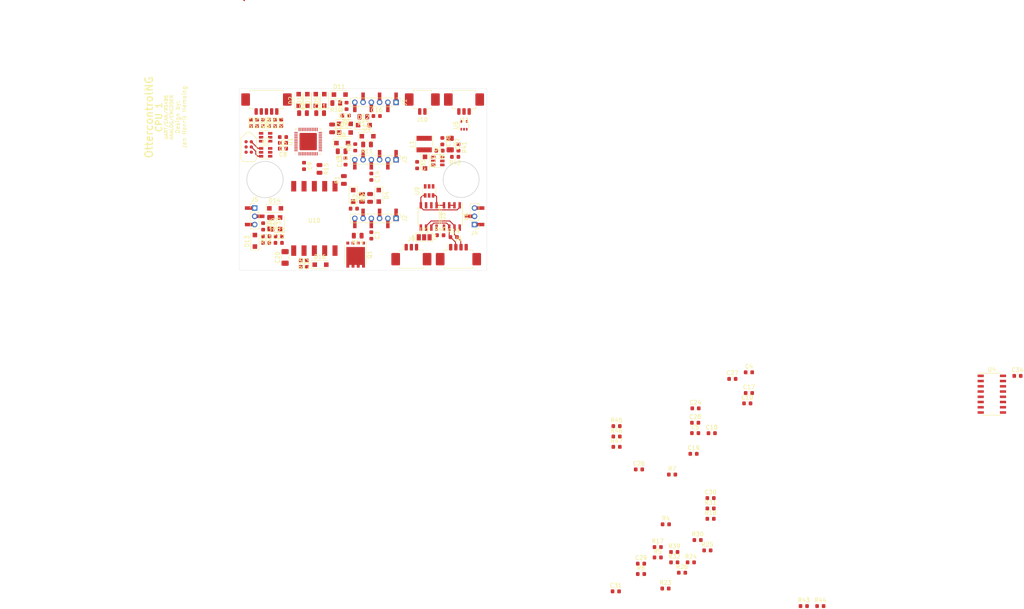
<source format=kicad_pcb>
(kicad_pcb (version 20171130) (host pcbnew 5.1.0)
  (layers (0 F.Cu signal) (1 In1.Cu mixed) (2 In2.Cu power) (31 B.Cu power) (35 F.Paste user) (37 F.SilkS user) (39 F.Mask user) (44 Edge.Cuts user))
  (net 0 "")
  (net 1 IUH)
  (net 2 U)
  (net 3 IUL)
  (net 4 IVH)
  (net 5 V)
  (net 6 IVL)
  (net 7 IWH)
  (net 8 W)
  (net 9 IWL)
  (net 10 GND)
  (net 11 VIN)
  (net 12 "Net-(J5-Pad1)")
  (net 13 DRS5)
  (net 14 DRB5)
  (net 15 "Net-(C2-Pad2)")
  (net 16 "Net-(C3-Pad1)")
  (net 17 VIO)
  (net 18 VCC18)
  (net 19 VCORE)
  (net 20 3V3)
  (net 21 VSYS)
  (net 22 DRS4)
  (net 23 DRB4)
  (net 24 DRS3)
  (net 25 DRB3)
  (net 26 "Net-(C13-Pad2)")
  (net 27 "Net-(C14-Pad1)")
  (net 28 "Net-(C15-Pad2)")
  (net 29 "Net-(C16-Pad1)")
  (net 30 GNDPWR)
  (net 31 "Net-(C20-Pad1)")
  (net 32 VHM)
  (net 33 VP)
  (net 34 UU)
  (net 35 UV)
  (net 36 UW)
  (net 37 "Net-(C32-Pad2)")
  (net 38 "Net-(C36-Pad2)")
  (net 39 "Net-(C36-Pad1)")
  (net 40 +5V)
  (net 41 DRH5)
  (net 42 DRL2)
  (net 43 DRH4)
  (net 44 DRL1)
  (net 45 DRH3)
  (net 46 DRL0)
  (net 47 "Net-(D14-Pad2)")
  (net 48 "Net-(D16-Pad2)")
  (net 49 "Net-(J6-Pad1)")
  (net 50 "Net-(J8-Pad4)")
  (net 51 "Net-(J8-Pad3)")
  (net 52 "Net-(J8-Pad2)")
  (net 53 CANH)
  (net 54 CANL)
  (net 55 "Net-(J10-Pad2)")
  (net 56 SK6812_OUT)
  (net 57 ENC_B_B)
  (net 58 ENC_B_A)
  (net 59 "Net-(R7-Pad2)")
  (net 60 CSM)
  (net 61 DRM)
  (net 62 ENC_A_A)
  (net 63 ENC_A_B)
  (net 64 ENC_ID_B)
  (net 65 ENC_ID_A)
  (net 66 SWDIO)
  (net 67 SWDCL)
  (net 68 HALL1)
  (net 69 HALL2)
  (net 70 HALL3)
  (net 71 NTC)
  (net 72 "Net-(R40-Pad1)")
  (net 73 "Net-(R41-Pad2)")
  (net 74 Vin_mon)
  (net 75 RS485RXTX)
  (net 76 ENC_B)
  (net 77 ENC_A)
  (net 78 ENC_ID)
  (net 79 SK6812)
  (net 80 Ain)
  (net 81 "Net-(U2-Pad3)")
  (net 82 "Net-(U3-Pad5)")
  (net 83 "Net-(U4-Pad15)")
  (net 84 "Net-(U4-Pad14)")
  (net 85 "Net-(U4-Pad13)")
  (net 86 "Net-(U4-Pad4)")
  (net 87 "Net-(U8-Pad3)")
  (net 88 "Net-(J1-Pad1)")
  (net 89 "Net-(J2-Pad1)")
  (net 90 "Net-(J3-Pad1)")
  (net 91 "Net-(Q1-Pad2)")
  (net 92 "Net-(U10-Pad2)")
  (net 93 "Net-(U10-Pad1)")
  (net 94 NTC_EXT)
  (net 95 "Net-(U1-Pad48)")
  (net 96 CLK)
  (net 97 CANTX)
  (net 98 CANRX)
  (net 99 "Net-(U1-Pad1)")
  (net 100 AIN)
  (net 101 "Net-(R47-Pad2)")
  (net 102 "Net-(J9-Pad3)")
  (net 103 "Net-(U9-Pad4)")
  (net 104 "Net-(P1-Pad6)")
  (net 105 "Net-(P1-Pad3)")
  (net 106 "Net-(U7-Pad6)")
  (module otter:TC2030 (layer F.Cu) (at 22.3 37.1 270)
    (fp_text reference P1 hide)
    (fp_text value TC2030-CTX-Tag-Connect hide)
    (pad "" np_thru_hole circle (at 2.54 1.016 270) (size 0.98552 0.98552) (drill 0.98552) (layers *.Cu *.Mask F.SilkS))
    (pad "" np_thru_hole circle (at 2.54 -1.016 270) (size 0.98552 0.98552) (drill 0.98552) (layers *.Cu *.Mask F.SilkS))
    (pad "" np_thru_hole circle (at -2.54 0 270) (size 0.98806 0.98806) (drill 0.98806) (layers *.Cu *.Mask F.SilkS))
    (pad 6 connect circle (at 1.27 -0.635 270) (size 0.78486 0.78486) (layers F.Cu F.Mask) (net 104 "Net-(P1-Pad6)"))
    (pad 5 connect circle (at 1.27 0.635 270) (size 0.78486 0.78486) (layers F.Cu F.Mask) (net 10 GND))
    (pad 4 connect circle (at 0 -0.635 270) (size 0.78486 0.78486) (layers F.Cu F.Mask) (net 67 SWDCL))
    (pad 3 connect circle (at 0 0.635 270) (size 0.78486 0.78486) (layers F.Cu F.Mask) (net 105 "Net-(P1-Pad3)"))
    (pad 2 connect circle (at -1.27 -0.635 270) (size 0.78486 0.78486) (layers F.Cu F.Mask) (net 66 SWDIO))
    (pad 1 connect circle (at -1.27 0.635 270) (size 0.78486 0.78486) (layers F.Cu F.Mask) (net 17 VIO))
  )
  (module Package_TO_SOT_SMD:SOT-353_SC-70-5 (layer F.Cu) (at 74.45 31.85 90)
    (fp_text reference U5 (at 0 -2 90) (layer F.SilkS))
    (fp_text value NL17SZ125)
    (pad 5 smd rect (at 0.95 -0.65 90) (size 0.65 0.4) (layers F.Cu F.Paste F.Mask) (net 40 +5V))
    (pad 4 smd rect (at 0.95 0.65 90) (size 0.65 0.4) (layers F.Cu F.Paste F.Mask) (net 56 SK6812_OUT))
    (pad 2 smd rect (at -0.95 0 90) (size 0.65 0.4) (layers F.Cu F.Paste F.Mask) (net 79 SK6812))
    (pad 3 smd rect (at -0.95 0.65 90) (size 0.65 0.4) (layers F.Cu F.Paste F.Mask) (net 10 GND))
    (pad 1 smd rect (at -0.95 -0.65 90) (size 0.65 0.4) (layers F.Cu F.Paste F.Mask) (net 10 GND))
  )
  (module Resistor_SMD:R_0805_2012Metric (layer F.Cu) (at 48.7 58.6 180)
    (fp_text reference R14 (at 0 -1.65 180) (layer F.SilkS))
    (fp_text value TBD)
    (pad 2 smd roundrect (at 0.9375 0 180) (size 0.975 1.4) (layers F.Cu F.Paste F.Mask) (net 30 GNDPWR))
    (pad 1 smd roundrect (at -0.9375 0 180) (size 0.975 1.4) (layers F.Cu F.Paste F.Mask) (net 60 CSM))
  )
  (module Diode_SMD:D_SOD-123F (layer F.Cu) (at 65 40.9 270)
    (fp_text reference D17 (at -0.127 -1.905 270) (layer F.SilkS))
    (fp_text value SS310)
    (pad 2 smd rect (at 1.4 0 270) (size 1.1 1.1) (layers F.Cu F.Paste F.Mask) (net 10 GND))
    (pad 1 smd rect (at -1.4 0 270) (size 1.1 1.1) (layers F.Cu F.Paste F.Mask) (net 38 "Net-(C36-Pad2)"))
  )
  (module Diode_SMD:D_SOD-123F (layer F.Cu) (at 39.69 65.64)
    (fp_text reference D16 (at -0.127 -1.905) (layer F.SilkS))
    (fp_text value SS310)
    (pad 2 smd rect (at 1.4 0) (size 1.1 1.1) (layers F.Cu F.Paste F.Mask) (net 48 "Net-(D16-Pad2)"))
    (pad 1 smd rect (at -1.4 0) (size 1.1 1.1) (layers F.Cu F.Paste F.Mask) (net 37 "Net-(C32-Pad2)"))
  )
  (module Diode_SMD:D_SOD-123F (layer F.Cu) (at 29.9 55.6 90)
    (fp_text reference D15 (at -0.127 -1.905 90) (layer F.SilkS))
    (fp_text value SS310)
    (pad 2 smd rect (at 1.4 0 90) (size 1.1 1.1) (layers F.Cu F.Paste F.Mask) (net 33 VP))
    (pad 1 smd rect (at -1.4 0 90) (size 1.1 1.1) (layers F.Cu F.Paste F.Mask) (net 32 VHM))
  )
  (module Diode_SMD:D_SOD-123F (layer F.Cu) (at 28.7 51.975)
    (fp_text reference D14 (at -0.127 -1.905) (layer F.SilkS))
    (fp_text value SS310)
    (pad 2 smd rect (at 1.4 0) (size 1.1 1.1) (layers F.Cu F.Paste F.Mask) (net 47 "Net-(D14-Pad2)"))
    (pad 1 smd rect (at -1.4 0) (size 1.1 1.1) (layers F.Cu F.Paste F.Mask) (net 33 VP))
  )
  (module Diode_SMD:D_SOD-123F (layer F.Cu) (at 23.8 59.85 90)
    (fp_text reference D13 (at -0.127 -1.905 90) (layer F.SilkS))
    (fp_text value SS310)
    (pad 2 smd rect (at 1.4 0 90) (size 1.1 1.1) (layers F.Cu F.Paste F.Mask) (net 11 VIN))
    (pad 1 smd rect (at -1.4 0 90) (size 1.1 1.1) (layers F.Cu F.Paste F.Mask) (net 31 "Net-(C20-Pad1)"))
  )
  (module Diode_SMD:D_SOD-123F (layer F.Cu) (at 50.2 31.8)
    (fp_text reference D12 (at -0.127 -1.905) (layer F.SilkS))
    (fp_text value SS310)
    (pad 2 smd rect (at 1.4 0) (size 1.1 1.1) (layers F.Cu F.Paste F.Mask) (net 29 "Net-(C16-Pad1)"))
    (pad 1 smd rect (at -1.4 0) (size 1.1 1.1) (layers F.Cu F.Paste F.Mask) (net 46 DRL0))
  )
  (module Diode_SMD:D_SOD-123F (layer F.Cu) (at 44.35 24.4)
    (fp_text reference D11 (at -0.127 -1.905) (layer F.SilkS))
    (fp_text value SS310)
    (pad 2 smd rect (at 1.4 0) (size 1.1 1.1) (layers F.Cu F.Paste F.Mask) (net 28 "Net-(C15-Pad2)"))
    (pad 1 smd rect (at -1.4 0) (size 1.1 1.1) (layers F.Cu F.Paste F.Mask) (net 45 DRH3))
  )
  (module Diode_SMD:D_SOD-123F (layer F.Cu) (at 45.599999 31.5)
    (fp_text reference D10 (at -0.127 -1.905) (layer F.SilkS))
    (fp_text value SS310)
    (pad 2 smd rect (at 1.4 0) (size 1.1 1.1) (layers F.Cu F.Paste F.Mask) (net 33 VP))
    (pad 1 smd rect (at -1.4 0) (size 1.1 1.1) (layers F.Cu F.Paste F.Mask) (net 25 DRB3))
  )
  (module Diode_SMD:D_SOD-123F (layer F.Cu) (at 51.1 34.5)
    (fp_text reference D9 (at -0.127 -1.905) (layer F.SilkS))
    (fp_text value SS310)
    (pad 2 smd rect (at 1.4 0) (size 1.1 1.1) (layers F.Cu F.Paste F.Mask) (net 27 "Net-(C14-Pad1)"))
    (pad 1 smd rect (at -1.4 0) (size 1.1 1.1) (layers F.Cu F.Paste F.Mask) (net 44 DRL1))
  )
  (module Diode_SMD:D_SOD-123F (layer F.Cu) (at 44.95 36.15)
    (fp_text reference D8 (at -0.127 -1.905) (layer F.SilkS))
    (fp_text value SS310)
    (pad 2 smd rect (at 1.4 0) (size 1.1 1.1) (layers F.Cu F.Paste F.Mask) (net 26 "Net-(C13-Pad2)"))
    (pad 1 smd rect (at -1.4 0) (size 1.1 1.1) (layers F.Cu F.Paste F.Mask) (net 43 DRH4))
  )
  (module Diode_SMD:D_SOD-123F (layer F.Cu) (at 38.55 25.7 90)
    (fp_text reference D7 (at -0.127 -1.905 90) (layer F.SilkS))
    (fp_text value SS310)
    (pad 2 smd rect (at 1.4 0 90) (size 1.1 1.1) (layers F.Cu F.Paste F.Mask) (net 33 VP))
    (pad 1 smd rect (at -1.4 0 90) (size 1.1 1.1) (layers F.Cu F.Paste F.Mask) (net 23 DRB4))
  )
  (module Diode_SMD:D_SOD-123F (layer F.Cu) (at 45.600001 33.6)
    (fp_text reference D6 (at -0.127 -1.905) (layer F.SilkS))
    (fp_text value SS310)
    (pad 2 smd rect (at 1.4 0) (size 1.1 1.1) (layers F.Cu F.Paste F.Mask) (net 10 GND))
    (pad 1 smd rect (at -1.4 0) (size 1.1 1.1) (layers F.Cu F.Paste F.Mask) (net 24 DRS3))
  )
  (module Diode_SMD:D_SOD-123F (layer F.Cu) (at 40.6 25.7 90)
    (fp_text reference D5 (at -0.127 -1.905 90) (layer F.SilkS))
    (fp_text value SS310)
    (pad 2 smd rect (at 1.4 0 90) (size 1.1 1.1) (layers F.Cu F.Paste F.Mask) (net 10 GND))
    (pad 1 smd rect (at -1.4 0 90) (size 1.1 1.1) (layers F.Cu F.Paste F.Mask) (net 22 DRS4))
  )
  (module Diode_SMD:D_SOD-123F (layer F.Cu) (at 53.8 48.95 270)
    (fp_text reference D4 (at -0.127 -1.905 270) (layer F.SilkS))
    (fp_text value SS310)
    (pad 2 smd rect (at 1.4 0 270) (size 1.1 1.1) (layers F.Cu F.Paste F.Mask) (net 16 "Net-(C3-Pad1)"))
    (pad 1 smd rect (at -1.4 0 270) (size 1.1 1.1) (layers F.Cu F.Paste F.Mask) (net 42 DRL2))
  )
  (module Diode_SMD:D_SOD-123F (layer F.Cu) (at 47.6 48.95 270)
    (fp_text reference D3 (at -0.127 -1.905 270) (layer F.SilkS))
    (fp_text value SS310)
    (pad 2 smd rect (at 1.4 0 270) (size 1.1 1.1) (layers F.Cu F.Paste F.Mask) (net 15 "Net-(C2-Pad2)"))
    (pad 1 smd rect (at -1.4 0 270) (size 1.1 1.1) (layers F.Cu F.Paste F.Mask) (net 41 DRH5))
  )
  (module Diode_SMD:D_SOD-123F (layer F.Cu) (at 34.4 25.7 90)
    (fp_text reference D2 (at -0.127 -1.905 90) (layer F.SilkS))
    (fp_text value SS310)
    (pad 2 smd rect (at 1.4 0 90) (size 1.1 1.1) (layers F.Cu F.Paste F.Mask) (net 33 VP))
    (pad 1 smd rect (at -1.4 0 90) (size 1.1 1.1) (layers F.Cu F.Paste F.Mask) (net 14 DRB5))
  )
  (module Diode_SMD:D_SOD-123F (layer F.Cu) (at 36.5 25.7 90)
    (fp_text reference D1 (at -0.127 -1.905 90) (layer F.SilkS))
    (fp_text value SS310)
    (pad 2 smd rect (at 1.4 0 90) (size 1.1 1.1) (layers F.Cu F.Paste F.Mask) (net 10 GND))
    (pad 1 smd rect (at -1.4 0 90) (size 1.1 1.1) (layers F.Cu F.Paste F.Mask) (net 13 DRS5))
  )
  (module Package_SO:SOIC-16_3.9x9.9mm_P1.27mm (layer F.Cu) (at 202.3 97.025)
    (fp_text reference U4 (at 0 -6) (layer F.SilkS))
    (fp_text value AM26LS32)
    (pad 16 smd rect (at 2.7 -4.445) (size 1.5 0.6) (layers F.Cu F.Paste F.Mask) (net 40 +5V))
    (pad 15 smd rect (at 2.7 -3.175) (size 1.5 0.6) (layers F.Cu F.Paste F.Mask) (net 83 "Net-(U4-Pad15)"))
    (pad 14 smd rect (at 2.7 -1.905) (size 1.5 0.6) (layers F.Cu F.Paste F.Mask) (net 84 "Net-(U4-Pad14)"))
    (pad 13 smd rect (at 2.7 -0.635) (size 1.5 0.6) (layers F.Cu F.Paste F.Mask) (net 85 "Net-(U4-Pad13)"))
    (pad 12 smd rect (at 2.7 0.635) (size 1.5 0.6) (layers F.Cu F.Paste F.Mask) (net 10 GND))
    (pad 11 smd rect (at 2.7 1.905) (size 1.5 0.6) (layers F.Cu F.Paste F.Mask) (net 78 ENC_ID))
    (pad 10 smd rect (at 2.7 3.175) (size 1.5 0.6) (layers F.Cu F.Paste F.Mask) (net 65 ENC_ID_A))
    (pad 9 smd rect (at 2.7 4.445) (size 1.5 0.6) (layers F.Cu F.Paste F.Mask) (net 64 ENC_ID_B))
    (pad 8 smd rect (at -2.7 4.445) (size 1.5 0.6) (layers F.Cu F.Paste F.Mask) (net 10 GND))
    (pad 7 smd rect (at -2.7 3.175) (size 1.5 0.6) (layers F.Cu F.Paste F.Mask) (net 57 ENC_B_B))
    (pad 6 smd rect (at -2.7 1.905) (size 1.5 0.6) (layers F.Cu F.Paste F.Mask) (net 58 ENC_B_A))
    (pad 5 smd rect (at -2.7 0.635) (size 1.5 0.6) (layers F.Cu F.Paste F.Mask) (net 76 ENC_B))
    (pad 4 smd rect (at -2.7 -0.635) (size 1.5 0.6) (layers F.Cu F.Paste F.Mask) (net 86 "Net-(U4-Pad4)"))
    (pad 3 smd rect (at -2.7 -1.905) (size 1.5 0.6) (layers F.Cu F.Paste F.Mask) (net 77 ENC_A))
    (pad 2 smd rect (at -2.7 -3.175) (size 1.5 0.6) (layers F.Cu F.Paste F.Mask) (net 62 ENC_A_A))
    (pad 1 smd rect (at -2.7 -4.445) (size 1.5 0.6) (layers F.Cu F.Paste F.Mask) (net 63 ENC_A_B))
  )
  (module Jumper:SolderJumper-3_P1.3mm_Open_Pad1.0x1.5mm_NumberLabels (layer F.Cu) (at 64.8 59)
    (fp_text reference JP2 (at 0 -1.8) (layer F.SilkS))
    (fp_text value HALL_V)
    (fp_text user 1 (at -2.6 0) (layer F.SilkS))
    (fp_text user 3 (at 2.6 0) (layer F.SilkS))
    (pad 1 smd rect (at -1.3 0) (size 1 1.5) (layers F.Cu F.Mask) (net 17 VIO))
    (pad 2 smd rect (at 0 0) (size 1 1.5) (layers F.Cu F.Mask) (net 49 "Net-(J6-Pad1)"))
    (pad 3 smd rect (at 1.3 0) (size 1 1.5) (layers F.Cu F.Mask) (net 40 +5V))
  )
  (module Connector_Molex:Molex_PicoBlade_53261-0371_1x03-1MP_P1.25mm_Horizontal (layer F.Cu) (at 61.7 63.8)
    (fp_text reference J9 (at 0 -4.4) (layer F.SilkS))
    (fp_text value LED)
    (pad MP smd roundrect (at 3.8 0.5) (size 2.1 3) (layers F.Cu F.Paste F.Mask) (roundrect_rratio 0.119048) (net 10 GND))
    (pad MP smd roundrect (at -3.8 0.5) (size 2.1 3) (layers F.Cu F.Paste F.Mask) (roundrect_rratio 0.119048) (net 10 GND))
    (pad 3 smd roundrect (at 1.25 -2.4) (size 0.8 1.6) (layers F.Cu F.Paste F.Mask) (net 102 "Net-(J9-Pad3)"))
    (pad 2 smd roundrect (at 0 -2.4) (size 0.8 1.6) (layers F.Cu F.Paste F.Mask) (net 10 GND))
    (pad 1 smd roundrect (at -1.25 -2.4) (size 0.8 1.6) (layers F.Cu F.Paste F.Mask) (net 17 VIO))
  )
  (module Resistor_SMD:R_0603_1608Metric (layer F.Cu) (at 111.4 109.8)
    (fp_text reference R47 (at 0 -1.43) (layer F.SilkS))
    (fp_text value 1k)
    (pad 2 smd roundrect (at 0.7875 0) (size 0.875 0.95) (layers F.Cu F.Paste F.Mask) (net 101 "Net-(R47-Pad2)"))
    (pad 1 smd roundrect (at -0.7875 0) (size 0.875 0.95) (layers F.Cu F.Paste F.Mask) (net 10 GND))
  )
  (module Resistor_SMD:R_0603_1608Metric (layer F.Cu) (at 111.4 107.29)
    (fp_text reference R46 (at 0 -1.43) (layer F.SilkS))
    (fp_text value 1k)
    (pad 2 smd roundrect (at 0.7875 0) (size 0.875 0.95) (layers F.Cu F.Paste F.Mask) (net 102 "Net-(J9-Pad3)"))
    (pad 1 smd roundrect (at -0.7875 0) (size 0.875 0.95) (layers F.Cu F.Paste F.Mask) (net 20 3V3))
  )
  (module Resistor_SMD:R_0603_1608Metric (layer F.Cu) (at 111.4 104.78)
    (fp_text reference R45 (at 0 -1.43) (layer F.SilkS))
    (fp_text value 100)
    (pad 2 smd roundrect (at 0.7875 0) (size 0.875 0.95) (layers F.Cu F.Paste F.Mask) (net 102 "Net-(J9-Pad3)"))
    (pad 1 smd roundrect (at -0.7875 0) (size 0.875 0.95) (layers F.Cu F.Paste F.Mask) (net 100 AIN))
  )
  (module Resistor_SMD:R_0603_1608Metric (layer F.Cu) (at 160.76 148.4)
    (fp_text reference R44 (at 0 -1.43) (layer F.SilkS))
    (fp_text value 1k)
    (pad 2 smd roundrect (at 0.7875 0) (size 0.875 0.95) (layers F.Cu F.Paste F.Mask) (net 12 "Net-(J5-Pad1)"))
    (pad 1 smd roundrect (at -0.7875 0) (size 0.875 0.95) (layers F.Cu F.Paste F.Mask) (net 17 VIO))
  )
  (module Resistor_SMD:R_0603_1608Metric (layer F.Cu) (at 156.75 148.4)
    (fp_text reference R43 (at 0 -1.43) (layer F.SilkS))
    (fp_text value 100)
    (pad 2 smd roundrect (at 0.7875 0) (size 0.875 0.95) (layers F.Cu F.Paste F.Mask) (net 12 "Net-(J5-Pad1)"))
    (pad 1 smd roundrect (at -0.7875 0) (size 0.875 0.95) (layers F.Cu F.Paste F.Mask) (net 71 NTC))
  )
  (module Resistor_SMD:R_0805_2012Metric (layer F.Cu) (at 39.44 42.4225 270)
    (fp_text reference R15 (at 0 -1.65 270) (layer F.SilkS))
    (fp_text value 22)
    (pad 2 smd roundrect (at 0.9375 0 270) (size 0.975 1.4) (layers F.Cu F.Paste F.Mask) (net 91 "Net-(Q1-Pad2)"))
    (pad 1 smd roundrect (at -0.9375 0 270) (size 0.975 1.4) (layers F.Cu F.Paste F.Mask) (net 61 DRM))
  )
  (module Resistor_SMD:R_0805_2012Metric (layer F.Cu) (at 50.0625 29.8 180)
    (fp_text reference R13 (at 0 -1.65 180) (layer F.SilkS))
    (fp_text value 22)
    (pad 2 smd roundrect (at 0.9375 0 180) (size 0.975 1.4) (layers F.Cu F.Paste F.Mask) (net 46 DRL0))
    (pad 1 smd roundrect (at -0.9375 0 180) (size 0.975 1.4) (layers F.Cu F.Paste F.Mask) (net 29 "Net-(C16-Pad1)"))
  )
  (module Resistor_SMD:R_0805_2012Metric (layer F.Cu) (at 43.5 26.45 180)
    (fp_text reference R12 (at 0 -1.65 180) (layer F.SilkS))
    (fp_text value 22)
    (pad 2 smd roundrect (at 0.9375 0 180) (size 0.975 1.4) (layers F.Cu F.Paste F.Mask) (net 45 DRH3))
    (pad 1 smd roundrect (at -0.9375 0 180) (size 0.975 1.4) (layers F.Cu F.Paste F.Mask) (net 28 "Net-(C15-Pad2)"))
  )
  (module Resistor_SMD:R_0805_2012Metric (layer F.Cu) (at 50.962499 36.5 180)
    (fp_text reference R11 (at 0 -1.65 180) (layer F.SilkS))
    (fp_text value 22)
    (pad 2 smd roundrect (at 0.9375 0 180) (size 0.975 1.4) (layers F.Cu F.Paste F.Mask) (net 44 DRL1))
    (pad 1 smd roundrect (at -0.9375 0 180) (size 0.975 1.4) (layers F.Cu F.Paste F.Mask) (net 27 "Net-(C14-Pad1)"))
  )
  (module Resistor_SMD:R_0805_2012Metric (layer F.Cu) (at 44.8125 38.15 180)
    (fp_text reference R10 (at 0 -1.65 180) (layer F.SilkS))
    (fp_text value 22)
    (pad 2 smd roundrect (at 0.9375 0 180) (size 0.975 1.4) (layers F.Cu F.Paste F.Mask) (net 43 DRH4))
    (pad 1 smd roundrect (at -0.9375 0 180) (size 0.975 1.4) (layers F.Cu F.Paste F.Mask) (net 26 "Net-(C13-Pad2)"))
  )
  (module Resistor_SMD:R_0603_1608Metric (layer F.Cu) (at 45.7875 29.5 180)
    (fp_text reference R9 (at 0 -1.43 180) (layer F.SilkS))
    (fp_text value TBD)
    (pad 2 smd roundrect (at 0.7875 0 180) (size 0.875 0.95) (layers F.Cu F.Paste F.Mask) (net 24 DRS3))
    (pad 1 smd roundrect (at -0.7875 0 180) (size 0.875 0.95) (layers F.Cu F.Paste F.Mask) (net 8 W))
  )
  (module Resistor_SMD:R_0603_1608Metric (layer F.Cu) (at 48.1 37.2 90)
    (fp_text reference R8 (at 0 -1.43 90) (layer F.SilkS))
    (fp_text value TBD)
    (pad 2 smd roundrect (at 0.7875 0 90) (size 0.875 0.95) (layers F.Cu F.Paste F.Mask) (net 22 DRS4))
    (pad 1 smd roundrect (at -0.7875 0 90) (size 0.875 0.95) (layers F.Cu F.Paste F.Mask) (net 5 V))
  )
  (module Resistor_SMD:R_0805_2012Metric (layer F.Cu) (at 51.7 49.45 90)
    (fp_text reference R3 (at 0 -1.65 90) (layer F.SilkS))
    (fp_text value 22)
    (pad 2 smd roundrect (at 0.9375 0 90) (size 0.975 1.4) (layers F.Cu F.Paste F.Mask) (net 42 DRL2))
    (pad 1 smd roundrect (at -0.9375 0 90) (size 0.975 1.4) (layers F.Cu F.Paste F.Mask) (net 16 "Net-(C3-Pad1)"))
  )
  (module Resistor_SMD:R_0805_2012Metric (layer F.Cu) (at 49.75 49.45 90)
    (fp_text reference R2 (at 0 -1.65 90) (layer F.SilkS))
    (fp_text value 22)
    (pad 2 smd roundrect (at 0.9375 0 90) (size 0.975 1.4) (layers F.Cu F.Paste F.Mask) (net 41 DRH5))
    (pad 1 smd roundrect (at -0.9375 0 90) (size 0.975 1.4) (layers F.Cu F.Paste F.Mask) (net 15 "Net-(C2-Pad2)"))
  )
  (module Resistor_SMD:R_0805_2012Metric (layer F.Cu) (at 45.35 45.1 90)
    (fp_text reference R1 (at 0 -1.65 90) (layer F.SilkS))
    (fp_text value TBD)
    (pad 2 smd roundrect (at 0.9375 0 90) (size 0.975 1.4) (layers F.Cu F.Paste F.Mask) (net 13 DRS5))
    (pad 1 smd roundrect (at -0.9375 0 90) (size 0.975 1.4) (layers F.Cu F.Paste F.Mask) (net 2 U))
  )
  (module otter:PinHeader_1x03_P2.00mm_Vertical_COMBI (layer F.Cu) (at 23.75 51.91)
    (fp_text reference J5 (at 0 -2.06) (layer F.SilkS))
    (fp_text value VIN)
    (pad 3 smd rect (at -1.2 4) (size 2.35 0.85) (layers F.Cu F.Paste F.Mask) (net 11 VIN))
    (pad 2 smd rect (at 1.2 2) (size 2.35 0.85) (layers F.Cu F.Paste F.Mask) (net 10 GND))
    (pad 1 smd rect (at -1.2 0) (size 2.35 0.85) (layers F.Cu F.Paste F.Mask) (net 12 "Net-(J5-Pad1)"))
    (pad 1 thru_hole rect (at 0 0) (size 1.35 1.35) (drill 0.8) (layers *.Cu *.Mask) (net 12 "Net-(J5-Pad1)"))
    (pad 2 thru_hole oval (at 0 2) (size 1.35 1.35) (drill 0.8) (layers *.Cu *.Mask) (net 10 GND))
    (pad 3 thru_hole oval (at 0 4) (size 1.35 1.35) (drill 0.8) (layers *.Cu *.Mask) (net 11 VIN))
  )
  (module otter:PinHeader_1x03_P2.00mm_Vertical_COMBI (layer F.Cu) (at 77 55.91 180)
    (fp_text reference J4 (at 0 -2.06 180) (layer F.SilkS))
    (fp_text value GND)
    (pad 3 smd rect (at -1.2 4 180) (size 2.35 0.85) (layers F.Cu F.Paste F.Mask) (net 10 GND))
    (pad 2 smd rect (at 1.2 2 180) (size 2.35 0.85) (layers F.Cu F.Paste F.Mask) (net 10 GND))
    (pad 1 smd rect (at -1.2 0 180) (size 2.35 0.85) (layers F.Cu F.Paste F.Mask) (net 10 GND))
    (pad 1 thru_hole rect (at 0 0 180) (size 1.35 1.35) (drill 0.8) (layers *.Cu *.Mask) (net 10 GND))
    (pad 2 thru_hole oval (at 0 2 180) (size 1.35 1.35) (drill 0.8) (layers *.Cu *.Mask) (net 10 GND))
    (pad 3 thru_hole oval (at 0 4 180) (size 1.35 1.35) (drill 0.8) (layers *.Cu *.Mask) (net 10 GND))
  )
  (module otter:PinHeader_1x06_P2.00mm_Vertical_COMBI (layer F.Cu) (at 58 40.2 270)
    (fp_text reference J3 (at 0 -2.06 270) (layer F.SilkS))
    (fp_text value V)
    (pad 1 smd rect (at -1.2 0 270) (size 2.35 0.85) (layers F.Cu F.Paste F.Mask) (net 90 "Net-(J3-Pad1)"))
    (pad 2 smd rect (at 1.2 2 270) (size 2.35 0.85) (layers F.Cu F.Paste F.Mask) (net 6 IVL))
    (pad 3 smd rect (at -1.2 4 270) (size 2.35 0.85) (layers F.Cu F.Paste F.Mask) (net 4 IVH))
    (pad 4 smd rect (at 1.2 6 270) (size 2.35 0.85) (layers F.Cu F.Paste F.Mask) (net 27 "Net-(C14-Pad1)"))
    (pad 5 smd rect (at -1.2 8 270) (size 2.35 0.85) (layers F.Cu F.Paste F.Mask) (net 26 "Net-(C13-Pad2)"))
    (pad 6 smd rect (at 1.2 10 270) (size 2.35 0.85) (layers F.Cu F.Paste F.Mask) (net 5 V))
    (pad 6 thru_hole oval (at 0 10 270) (size 1.35 1.35) (drill 0.8) (layers *.Cu *.Mask) (net 5 V))
    (pad 5 thru_hole oval (at 0 8 270) (size 1.35 1.35) (drill 0.8) (layers *.Cu *.Mask) (net 26 "Net-(C13-Pad2)"))
    (pad 4 thru_hole oval (at 0 6 270) (size 1.35 1.35) (drill 0.8) (layers *.Cu *.Mask) (net 27 "Net-(C14-Pad1)"))
    (pad 3 thru_hole oval (at 0 4 270) (size 1.35 1.35) (drill 0.8) (layers *.Cu *.Mask) (net 4 IVH))
    (pad 2 thru_hole oval (at 0 2 270) (size 1.35 1.35) (drill 0.8) (layers *.Cu *.Mask) (net 6 IVL))
    (pad 1 thru_hole rect (at 0 0 270) (size 1.35 1.35) (drill 0.8) (layers *.Cu *.Mask) (net 90 "Net-(J3-Pad1)"))
  )
  (module otter:PinHeader_1x06_P2.00mm_Vertical_COMBI (layer F.Cu) (at 58 54.42 270)
    (fp_text reference J2 (at 0 -2.06 270) (layer F.SilkS))
    (fp_text value U)
    (pad 1 smd rect (at -1.2 0 270) (size 2.35 0.85) (layers F.Cu F.Paste F.Mask) (net 89 "Net-(J2-Pad1)"))
    (pad 2 smd rect (at 1.2 2 270) (size 2.35 0.85) (layers F.Cu F.Paste F.Mask) (net 3 IUL))
    (pad 3 smd rect (at -1.2 4 270) (size 2.35 0.85) (layers F.Cu F.Paste F.Mask) (net 1 IUH))
    (pad 4 smd rect (at 1.2 6 270) (size 2.35 0.85) (layers F.Cu F.Paste F.Mask) (net 16 "Net-(C3-Pad1)"))
    (pad 5 smd rect (at -1.2 8 270) (size 2.35 0.85) (layers F.Cu F.Paste F.Mask) (net 15 "Net-(C2-Pad2)"))
    (pad 6 smd rect (at 1.2 10 270) (size 2.35 0.85) (layers F.Cu F.Paste F.Mask) (net 2 U))
    (pad 6 thru_hole oval (at 0 10 270) (size 1.35 1.35) (drill 0.8) (layers *.Cu *.Mask) (net 2 U))
    (pad 5 thru_hole oval (at 0 8 270) (size 1.35 1.35) (drill 0.8) (layers *.Cu *.Mask) (net 15 "Net-(C2-Pad2)"))
    (pad 4 thru_hole oval (at 0 6 270) (size 1.35 1.35) (drill 0.8) (layers *.Cu *.Mask) (net 16 "Net-(C3-Pad1)"))
    (pad 3 thru_hole oval (at 0 4 270) (size 1.35 1.35) (drill 0.8) (layers *.Cu *.Mask) (net 1 IUH))
    (pad 2 thru_hole oval (at 0 2 270) (size 1.35 1.35) (drill 0.8) (layers *.Cu *.Mask) (net 3 IUL))
    (pad 1 thru_hole rect (at 0 0 270) (size 1.35 1.35) (drill 0.8) (layers *.Cu *.Mask) (net 89 "Net-(J2-Pad1)"))
  )
  (module otter:PinHeader_1x06_P2.00mm_Vertical_COMBI (layer F.Cu) (at 58 26.28 270)
    (fp_text reference J1 (at 0 -2.06 270) (layer F.SilkS))
    (fp_text value W)
    (pad 1 smd rect (at -1.2 0 270) (size 2.35 0.85) (layers F.Cu F.Paste F.Mask) (net 88 "Net-(J1-Pad1)"))
    (pad 2 smd rect (at 1.2 2 270) (size 2.35 0.85) (layers F.Cu F.Paste F.Mask) (net 9 IWL))
    (pad 3 smd rect (at -1.2 4 270) (size 2.35 0.85) (layers F.Cu F.Paste F.Mask) (net 7 IWH))
    (pad 4 smd rect (at 1.2 6 270) (size 2.35 0.85) (layers F.Cu F.Paste F.Mask) (net 29 "Net-(C16-Pad1)"))
    (pad 5 smd rect (at -1.2 8 270) (size 2.35 0.85) (layers F.Cu F.Paste F.Mask) (net 28 "Net-(C15-Pad2)"))
    (pad 6 smd rect (at 1.2 10 270) (size 2.35 0.85) (layers F.Cu F.Paste F.Mask) (net 8 W))
    (pad 6 thru_hole oval (at 0 10 270) (size 1.35 1.35) (drill 0.8) (layers *.Cu *.Mask) (net 8 W))
    (pad 5 thru_hole oval (at 0 8 270) (size 1.35 1.35) (drill 0.8) (layers *.Cu *.Mask) (net 28 "Net-(C15-Pad2)"))
    (pad 4 thru_hole oval (at 0 6 270) (size 1.35 1.35) (drill 0.8) (layers *.Cu *.Mask) (net 29 "Net-(C16-Pad1)"))
    (pad 3 thru_hole oval (at 0 4 270) (size 1.35 1.35) (drill 0.8) (layers *.Cu *.Mask) (net 7 IWH))
    (pad 2 thru_hole oval (at 0 2 270) (size 1.35 1.35) (drill 0.8) (layers *.Cu *.Mask) (net 9 IWL))
    (pad 1 thru_hole rect (at 0 0 270) (size 1.35 1.35) (drill 0.8) (layers *.Cu *.Mask) (net 88 "Net-(J1-Pad1)"))
  )
  (module otter:PA1137NL (layer F.Cu) (at 38.2 54.425)
    (fp_text reference U10 (at 0 0.5) (layer F.SilkS))
    (fp_text value PA1137NL)
    (pad 10 smd rect (at 5 -7.805) (size 1.22 2.54) (layers F.Cu F.Paste F.Mask) (net 30 GNDPWR))
    (pad 9 smd rect (at 2.5 -7.805) (size 1.22 2.54) (layers F.Cu F.Paste F.Mask) (net 30 GNDPWR))
    (pad 8 smd rect (at 0 -7.805) (size 1.22 2.54) (layers F.Cu F.Paste F.Mask) (net 47 "Net-(D14-Pad2)"))
    (pad 7 smd rect (at -2.5 -7.805) (size 1.22 2.54) (layers F.Cu F.Paste F.Mask) (net 47 "Net-(D14-Pad2)"))
    (pad 6 smd rect (at -5 -7.805) (size 1.22 2.54) (layers F.Cu F.Paste F.Mask))
    (pad 5 smd rect (at -5 7.805) (size 1.22 2.54) (layers F.Cu F.Paste F.Mask))
    (pad 4 smd rect (at -2.5 7.805) (size 1.22 2.54) (layers F.Cu F.Paste F.Mask) (net 31 "Net-(C20-Pad1)"))
    (pad 3 smd rect (at 0 7.805) (size 1.22 2.54) (layers F.Cu F.Paste F.Mask) (net 48 "Net-(D16-Pad2)"))
    (pad 2 smd rect (at 2.5 7.805) (size 1.22 2.54) (layers F.Cu F.Paste F.Mask) (net 92 "Net-(U10-Pad2)"))
    (pad 1 smd rect (at 5 7.805) (size 1.22 2.54) (layers F.Cu F.Paste F.Mask) (net 93 "Net-(U10-Pad1)"))
  )
  (module Package_SON:VSONP-8-1EP_5x6_P1.27mm (layer F.Cu) (at 48.2 63.2 270)
    (fp_text reference Q1 (at 0 -3.4 270) (layer F.SilkS))
    (fp_text value AON6276)
    (pad 3 smd rect (at 2.8 0.635 270) (size 0.7 0.7) (layers F.Cu F.Paste F.Mask) (net 48 "Net-(D16-Pad2)"))
    (pad 3 smd rect (at 2.8 -0.635 270) (size 0.7 0.7) (layers F.Cu F.Paste F.Mask) (net 48 "Net-(D16-Pad2)"))
    (pad 3 smd rect (at 2.8 -1.905 270) (size 0.7 0.7) (layers F.Cu F.Paste F.Mask) (net 48 "Net-(D16-Pad2)"))
    (pad 3 smd rect (at 2.8 1.905 270) (size 0.7 0.7) (layers F.Cu F.Paste F.Mask) (net 48 "Net-(D16-Pad2)"))
    (pad 2 smd rect (at -2.8 1.905 270) (size 0.7 0.7) (layers F.Cu F.Paste F.Mask) (net 91 "Net-(Q1-Pad2)"))
    (pad 1 smd rect (at -2.8 -1.905 270) (size 0.7 0.7) (layers F.Cu F.Paste F.Mask) (net 60 CSM))
    (pad 1 smd rect (at -2.8 -0.635 270) (size 0.7 0.7) (layers F.Cu F.Paste F.Mask) (net 60 CSM))
    (pad 1 smd rect (at -2.8 0.635 270) (size 0.7 0.7) (layers F.Cu F.Paste F.Mask) (net 60 CSM))
    (pad 3 smd rect (at 0.33 0 270) (size 4.35 4.51) (layers F.Cu F.Mask) (net 48 "Net-(D16-Pad2)"))
  )
  (module Package_TO_SOT_SMD:SOT-23-6 (layer F.Cu) (at 66 47.75 90)
    (fp_text reference U9 (at 0 -2.9 90) (layer F.SilkS))
    (fp_text value USBLC6-4)
    (pad 5 smd rect (at 1.1 0 90) (size 1.06 0.65) (layers F.Cu F.Paste F.Mask) (net 40 +5V))
    (pad 6 smd rect (at 1.1 -0.95 90) (size 1.06 0.65) (layers F.Cu F.Paste F.Mask) (net 80 Ain))
    (pad 4 smd rect (at 1.1 0.95 90) (size 1.06 0.65) (layers F.Cu F.Paste F.Mask) (net 103 "Net-(U9-Pad4)"))
    (pad 3 smd rect (at -1.1 0.95 90) (size 1.06 0.65) (layers F.Cu F.Paste F.Mask) (net 97 CANTX))
    (pad 2 smd rect (at -1.1 0 90) (size 1.06 0.65) (layers F.Cu F.Paste F.Mask) (net 10 GND))
    (pad 1 smd rect (at -1.1 -0.95 90) (size 1.06 0.65) (layers F.Cu F.Paste F.Mask) (net 98 CANRX))
  )
  (module Package_TO_SOT_SMD:SOT-23-6 (layer F.Cu) (at 26.4 34.75)
    (fp_text reference U8 (at 0 -2.9) (layer F.SilkS))
    (fp_text value USBLC6-4)
    (pad 5 smd rect (at 1.1 0) (size 1.06 0.65) (layers F.Cu F.Paste F.Mask) (net 40 +5V))
    (pad 6 smd rect (at 1.1 -0.95) (size 1.06 0.65) (layers F.Cu F.Paste F.Mask) (net 69 HALL2))
    (pad 4 smd rect (at 1.1 0.95) (size 1.06 0.65) (layers F.Cu F.Paste F.Mask) (net 68 HALL1))
    (pad 3 smd rect (at -1.1 0.95) (size 1.06 0.65) (layers F.Cu F.Paste F.Mask) (net 87 "Net-(U8-Pad3)"))
    (pad 2 smd rect (at -1.1 0) (size 1.06 0.65) (layers F.Cu F.Paste F.Mask) (net 10 GND))
    (pad 1 smd rect (at -1.1 -0.95) (size 1.06 0.65) (layers F.Cu F.Paste F.Mask) (net 70 HALL3))
  )
  (module Package_TO_SOT_SMD:SOT-23-6 (layer F.Cu) (at 26.4 38.4)
    (fp_text reference U7 (at 0 -2.9) (layer F.SilkS))
    (fp_text value USBLC6-4)
    (pad 5 smd rect (at 1.1 0) (size 1.06 0.65) (layers F.Cu F.Paste F.Mask) (net 40 +5V))
    (pad 6 smd rect (at 1.1 -0.95) (size 1.06 0.65) (layers F.Cu F.Paste F.Mask) (net 106 "Net-(U7-Pad6)"))
    (pad 4 smd rect (at 1.1 0.95) (size 1.06 0.65) (layers F.Cu F.Paste F.Mask) (net 71 NTC))
    (pad 3 smd rect (at -1.1 0.95) (size 1.06 0.65) (layers F.Cu F.Paste F.Mask) (net 67 SWDCL))
    (pad 2 smd rect (at -1.1 0) (size 1.06 0.65) (layers F.Cu F.Paste F.Mask) (net 10 GND))
    (pad 1 smd rect (at -1.1 -0.95) (size 1.06 0.65) (layers F.Cu F.Paste F.Mask) (net 66 SWDIO))
  )
  (module Package_SO:SOIC-8_3.9x4.9mm_P1.27mm (layer F.Cu) (at 71.5 53.95 270)
    (fp_text reference U6 (at 0 -3.5 270) (layer F.SilkS))
    (fp_text value RS485)
    (pad 8 smd rect (at 2.7 -1.905 270) (size 1.55 0.6) (layers F.Cu F.Paste F.Mask) (net 40 +5V))
    (pad 7 smd rect (at 2.7 -0.635 270) (size 1.55 0.6) (layers F.Cu F.Paste F.Mask) (net 54 CANL))
    (pad 6 smd rect (at 2.7 0.635 270) (size 1.55 0.6) (layers F.Cu F.Paste F.Mask) (net 53 CANH))
    (pad 5 smd rect (at 2.7 1.905 270) (size 1.55 0.6) (layers F.Cu F.Paste F.Mask) (net 10 GND))
    (pad 4 smd rect (at -2.7 1.905 270) (size 1.55 0.6) (layers F.Cu F.Paste F.Mask) (net 97 CANTX))
    (pad 3 smd rect (at -2.7 0.635 270) (size 1.55 0.6) (layers F.Cu F.Paste F.Mask) (net 75 RS485RXTX))
    (pad 2 smd rect (at -2.7 -0.635 270) (size 1.55 0.6) (layers F.Cu F.Paste F.Mask) (net 75 RS485RXTX))
    (pad 1 smd rect (at -2.7 -1.905 270) (size 1.55 0.6) (layers F.Cu F.Paste F.Mask) (net 98 CANRX))
  )
  (module Package_SO:SOIC-8_3.9x4.9mm_P1.27mm (layer F.Cu) (at 65.9 53.95 270)
    (fp_text reference U3 (at 0 -3.5 270) (layer F.SilkS))
    (fp_text value MAX3051)
    (pad 8 smd rect (at 2.7 -1.905 270) (size 1.55 0.6) (layers F.Cu F.Paste F.Mask) (net 72 "Net-(R40-Pad1)"))
    (pad 7 smd rect (at 2.7 -0.635 270) (size 1.55 0.6) (layers F.Cu F.Paste F.Mask) (net 53 CANH))
    (pad 6 smd rect (at 2.7 0.635 270) (size 1.55 0.6) (layers F.Cu F.Paste F.Mask) (net 54 CANL))
    (pad 5 smd rect (at 2.7 1.905 270) (size 1.55 0.6) (layers F.Cu F.Paste F.Mask) (net 82 "Net-(U3-Pad5)"))
    (pad 4 smd rect (at -2.7 1.905 270) (size 1.55 0.6) (layers F.Cu F.Paste F.Mask) (net 98 CANRX))
    (pad 3 smd rect (at -2.7 0.635 270) (size 1.55 0.6) (layers F.Cu F.Paste F.Mask) (net 40 +5V))
    (pad 2 smd rect (at -2.7 -0.635 270) (size 1.55 0.6) (layers F.Cu F.Paste F.Mask) (net 10 GND))
    (pad 1 smd rect (at -2.7 -1.905 270) (size 1.55 0.6) (layers F.Cu F.Paste F.Mask) (net 97 CANTX))
  )
  (module Package_TO_SOT_SMD:SOT-23-6 (layer F.Cu) (at 68.1 40.5)
    (fp_text reference U2 (at 0 -2.9) (layer F.SilkS))
    (fp_text value ACT4088)
    (pad 5 smd rect (at 1.1 0) (size 1.06 0.65) (layers F.Cu F.Paste F.Mask) (net 10 GND))
    (pad 6 smd rect (at 1.1 -0.95) (size 1.06 0.65) (layers F.Cu F.Paste F.Mask) (net 39 "Net-(C36-Pad1)"))
    (pad 4 smd rect (at 1.1 0.95) (size 1.06 0.65) (layers F.Cu F.Paste F.Mask) (net 73 "Net-(R41-Pad2)"))
    (pad 3 smd rect (at -1.1 0.95) (size 1.06 0.65) (layers F.Cu F.Paste F.Mask) (net 81 "Net-(U2-Pad3)"))
    (pad 2 smd rect (at -1.1 0) (size 1.06 0.65) (layers F.Cu F.Paste F.Mask) (net 33 VP))
    (pad 1 smd rect (at -1.1 -0.95) (size 1.06 0.65) (layers F.Cu F.Paste F.Mask) (net 38 "Net-(C36-Pad2)"))
  )
  (module Package_DFN_QFN:QFN-48-1EP_6x6mm_P0.4mm_EP4.2x4.2mm (layer F.Cu) (at 36.7 35.8 90)
    (fp_text reference U1 (at 0 -4.32 90) (layer F.SilkS))
    (fp_text value PAC5523)
    (pad 48 smd roundrect (at -2.2 -2.95 90) (size 0.2 0.85) (layers F.Cu F.Paste F.Mask) (net 95 "Net-(U1-Pad48)"))
    (pad 47 smd roundrect (at -1.8 -2.95 90) (size 0.2 0.85) (layers F.Cu F.Paste F.Mask) (net 74 Vin_mon))
    (pad 46 smd roundrect (at -1.4 -2.95 90) (size 0.2 0.85) (layers F.Cu F.Paste F.Mask) (net 94 NTC_EXT))
    (pad 45 smd roundrect (at -1 -2.95 90) (size 0.2 0.85) (layers F.Cu F.Paste F.Mask) (net 71 NTC))
    (pad 44 smd roundrect (at -0.6 -2.95 90) (size 0.2 0.85) (layers F.Cu F.Paste F.Mask) (net 17 VIO))
    (pad 43 smd roundrect (at -0.2 -2.95 90) (size 0.2 0.85) (layers F.Cu F.Paste F.Mask) (net 10 GND))
    (pad 42 smd roundrect (at 0.2 -2.95 90) (size 0.2 0.85) (layers F.Cu F.Paste F.Mask) (net 19 VCORE))
    (pad 41 smd roundrect (at 0.6 -2.95 90) (size 0.2 0.85) (layers F.Cu F.Paste F.Mask) (net 18 VCC18))
    (pad 40 smd roundrect (at 1 -2.95 90) (size 0.2 0.85) (layers F.Cu F.Paste F.Mask) (net 75 RS485RXTX))
    (pad 39 smd roundrect (at 1.4 -2.95 90) (size 0.2 0.85) (layers F.Cu F.Paste F.Mask) (net 96 CLK))
    (pad 38 smd roundrect (at 1.8 -2.95 90) (size 0.2 0.85) (layers F.Cu F.Paste F.Mask) (net 70 HALL3))
    (pad 37 smd roundrect (at 2.2 -2.95 90) (size 0.2 0.85) (layers F.Cu F.Paste F.Mask) (net 69 HALL2))
    (pad 36 smd roundrect (at 2.95 -2.2 90) (size 0.85 0.2) (layers F.Cu F.Paste F.Mask) (net 68 HALL1))
    (pad 35 smd roundrect (at 2.95 -1.8 90) (size 0.85 0.2) (layers F.Cu F.Paste F.Mask) (net 97 CANTX))
    (pad 34 smd roundrect (at 2.95 -1.4 90) (size 0.85 0.2) (layers F.Cu F.Paste F.Mask) (net 98 CANRX))
    (pad 33 smd roundrect (at 2.95 -1 90) (size 0.85 0.2) (layers F.Cu F.Paste F.Mask) (net 79 SK6812))
    (pad 32 smd roundrect (at 2.95 -0.6 90) (size 0.85 0.2) (layers F.Cu F.Paste F.Mask) (net 14 DRB5))
    (pad 31 smd roundrect (at 2.95 -0.2 90) (size 0.85 0.2) (layers F.Cu F.Paste F.Mask) (net 41 DRH5))
    (pad 30 smd roundrect (at 2.95 0.2 90) (size 0.85 0.2) (layers F.Cu F.Paste F.Mask) (net 13 DRS5))
    (pad 29 smd roundrect (at 2.95 0.6 90) (size 0.85 0.2) (layers F.Cu F.Paste F.Mask) (net 23 DRB4))
    (pad 28 smd roundrect (at 2.95 1 90) (size 0.85 0.2) (layers F.Cu F.Paste F.Mask) (net 43 DRH4))
    (pad 27 smd roundrect (at 2.95 1.4 90) (size 0.85 0.2) (layers F.Cu F.Paste F.Mask) (net 22 DRS4))
    (pad 26 smd roundrect (at 2.95 1.8 90) (size 0.85 0.2) (layers F.Cu F.Paste F.Mask) (net 25 DRB3))
    (pad 25 smd roundrect (at 2.95 2.2 90) (size 0.85 0.2) (layers F.Cu F.Paste F.Mask) (net 45 DRH3))
    (pad 24 smd roundrect (at 2.2 2.95 90) (size 0.2 0.85) (layers F.Cu F.Paste F.Mask) (net 24 DRS3))
    (pad 23 smd roundrect (at 1.8 2.95 90) (size 0.2 0.85) (layers F.Cu F.Paste F.Mask) (net 42 DRL2))
    (pad 22 smd roundrect (at 1.4 2.95 90) (size 0.2 0.85) (layers F.Cu F.Paste F.Mask) (net 44 DRL1))
    (pad 21 smd roundrect (at 1 2.95 90) (size 0.2 0.85) (layers F.Cu F.Paste F.Mask) (net 46 DRL0))
    (pad 20 smd roundrect (at 0.6 2.95 90) (size 0.2 0.85) (layers F.Cu F.Paste F.Mask) (net 61 DRM))
    (pad 19 smd roundrect (at 0.2 2.95 90) (size 0.2 0.85) (layers F.Cu F.Paste F.Mask) (net 32 VHM))
    (pad 18 smd roundrect (at -0.2 2.95 90) (size 0.2 0.85) (layers F.Cu F.Paste F.Mask) (net 33 VP))
    (pad 17 smd roundrect (at -0.6 2.95 90) (size 0.2 0.85) (layers F.Cu F.Paste F.Mask) (net 60 CSM))
    (pad 16 smd roundrect (at -1 2.95 90) (size 0.2 0.85) (layers F.Cu F.Paste F.Mask) (net 59 "Net-(R7-Pad2)"))
    (pad 15 smd roundrect (at -1.4 2.95 90) (size 0.2 0.85) (layers F.Cu F.Paste F.Mask) (net 21 VSYS))
    (pad 14 smd roundrect (at -1.8 2.95 90) (size 0.2 0.85) (layers F.Cu F.Paste F.Mask) (net 36 UW))
    (pad 13 smd roundrect (at -2.2 2.95 90) (size 0.2 0.85) (layers F.Cu F.Paste F.Mask) (net 35 UV))
    (pad 12 smd roundrect (at -2.95 2.2 90) (size 0.85 0.2) (layers F.Cu F.Paste F.Mask) (net 34 UU))
    (pad 11 smd roundrect (at -2.95 1.8 90) (size 0.85 0.2) (layers F.Cu F.Paste F.Mask) (net 80 Ain))
    (pad 10 smd roundrect (at -2.95 1.4 90) (size 0.85 0.2) (layers F.Cu F.Paste F.Mask) (net 1 IUH))
    (pad 9 smd roundrect (at -2.95 1 90) (size 0.85 0.2) (layers F.Cu F.Paste F.Mask) (net 3 IUL))
    (pad 8 smd roundrect (at -2.95 0.6 90) (size 0.85 0.2) (layers F.Cu F.Paste F.Mask) (net 4 IVH))
    (pad 7 smd roundrect (at -2.95 0.2 90) (size 0.85 0.2) (layers F.Cu F.Paste F.Mask) (net 6 IVL))
    (pad 6 smd roundrect (at -2.95 -0.2 90) (size 0.85 0.2) (layers F.Cu F.Paste F.Mask) (net 7 IWH))
    (pad 5 smd roundrect (at -2.95 -0.6 90) (size 0.85 0.2) (layers F.Cu F.Paste F.Mask) (net 9 IWL))
    (pad 4 smd roundrect (at -2.95 -1 90) (size 0.85 0.2) (layers F.Cu F.Paste F.Mask) (net 20 3V3))
    (pad 3 smd roundrect (at -2.95 -1.4 90) (size 0.85 0.2) (layers F.Cu F.Paste F.Mask) (net 67 SWDCL))
    (pad 2 smd roundrect (at -2.95 -1.8 90) (size 0.85 0.2) (layers F.Cu F.Paste F.Mask) (net 66 SWDIO))
    (pad 1 smd roundrect (at -2.95 -2.2 90) (size 0.85 0.2) (layers F.Cu F.Paste F.Mask) (net 99 "Net-(U1-Pad1)"))
    (pad 49 smd roundrect (at 0 0 90) (size 4.2 4.2) (layers F.Cu F.Mask) (roundrect_rratio 0.059524) (net 10 GND))
  )
  (module Resistor_SMD:R_0603_1608Metric (layer F.Cu) (at 72.3 39.5 180)
    (fp_text reference R42 (at 0 -1.43 180) (layer F.SilkS))
    (fp_text value 19k3)
    (pad 2 smd roundrect (at 0.7875 0 180) (size 0.875 0.95) (layers F.Cu F.Paste F.Mask) (net 10 GND))
    (pad 1 smd roundrect (at -0.7875 0 180) (size 0.875 0.95) (layers F.Cu F.Paste F.Mask) (net 73 "Net-(R41-Pad2)"))
  )
  (module Resistor_SMD:R_0603_1608Metric (layer F.Cu) (at 73.1 37.212499 270)
    (fp_text reference R41 (at 0 -1.43 270) (layer F.SilkS))
    (fp_text value 100k)
    (pad 2 smd roundrect (at 0.7875 0 270) (size 0.875 0.95) (layers F.Cu F.Paste F.Mask) (net 73 "Net-(R41-Pad2)"))
    (pad 1 smd roundrect (at -0.7875 0 270) (size 0.875 0.95) (layers F.Cu F.Paste F.Mask) (net 40 +5V))
  )
  (module Resistor_SMD:R_0603_1608Metric (layer F.Cu) (at 68.7125 58.5)
    (fp_text reference R40 (at 0 -1.43) (layer F.SilkS))
    (fp_text value 4k3)
    (pad 2 smd roundrect (at 0.7875 0) (size 0.875 0.95) (layers F.Cu F.Paste F.Mask) (net 10 GND))
    (pad 1 smd roundrect (at -0.7875 0) (size 0.875 0.95) (layers F.Cu F.Paste F.Mask) (net 72 "Net-(R40-Pad1)"))
  )
  (module Resistor_SMD:R_0603_1608Metric (layer F.Cu) (at 125.38 135.29)
    (fp_text reference R39 (at 0 -1.43) (layer F.SilkS))
    (fp_text value 100)
    (pad 2 smd roundrect (at 0.7875 0) (size 0.875 0.95) (layers F.Cu F.Paste F.Mask) (net 55 "Net-(J10-Pad2)"))
    (pad 1 smd roundrect (at -0.7875 0) (size 0.875 0.95) (layers F.Cu F.Paste F.Mask) (net 94 NTC_EXT))
  )
  (module Resistor_SMD:R_0603_1608Metric (layer F.Cu) (at 36.412563 65.378908 90)
    (fp_text reference R36 (at 0 -1.43 90) (layer F.SilkS))
    (fp_text value TBD)
    (pad 2 smd roundrect (at 0.7875 0 90) (size 0.875 0.95) (layers F.Cu F.Paste F.Mask) (net 31 "Net-(C20-Pad1)"))
    (pad 1 smd roundrect (at -0.7875 0 90) (size 0.875 0.95) (layers F.Cu F.Paste F.Mask) (net 37 "Net-(C32-Pad2)"))
  )
  (module Resistor_SMD:R_0603_1608Metric (layer F.Cu) (at 30.17 31.27 90)
    (fp_text reference R35 (at 0 -1.43 90) (layer F.SilkS))
    (fp_text value 1k)
    (pad 2 smd roundrect (at 0.7875 0 90) (size 0.875 0.95) (layers F.Cu F.Paste F.Mask) (net 52 "Net-(J8-Pad2)"))
    (pad 1 smd roundrect (at -0.7875 0 90) (size 0.875 0.95) (layers F.Cu F.Paste F.Mask) (net 17 VIO))
  )
  (module Resistor_SMD:R_0603_1608Metric (layer F.Cu) (at 27.24 31.265 90)
    (fp_text reference R34 (at 0 -1.43 90) (layer F.SilkS))
    (fp_text value 1k)
    (pad 2 smd roundrect (at 0.7875 0 90) (size 0.875 0.95) (layers F.Cu F.Paste F.Mask) (net 51 "Net-(J8-Pad3)"))
    (pad 1 smd roundrect (at -0.7875 0 90) (size 0.875 0.95) (layers F.Cu F.Paste F.Mask) (net 17 VIO))
  )
  (module Resistor_SMD:R_0603_1608Metric (layer F.Cu) (at 24.335 31.27 90)
    (fp_text reference R33 (at 0 -1.43 90) (layer F.SilkS))
    (fp_text value 1k)
    (pad 2 smd roundrect (at 0.7875 0 90) (size 0.875 0.95) (layers F.Cu F.Paste F.Mask) (net 50 "Net-(J8-Pad4)"))
    (pad 1 smd roundrect (at -0.7875 0 90) (size 0.875 0.95) (layers F.Cu F.Paste F.Mask) (net 17 VIO))
  )
  (module Resistor_SMD:R_0603_1608Metric (layer F.Cu) (at 125.38 137.8)
    (fp_text reference R32 (at 0 -1.43) (layer F.SilkS))
    (fp_text value 1k)
    (pad 2 smd roundrect (at 0.7875 0) (size 0.875 0.95) (layers F.Cu F.Paste F.Mask) (net 55 "Net-(J10-Pad2)"))
    (pad 1 smd roundrect (at -0.7875 0) (size 0.875 0.95) (layers F.Cu F.Paste F.Mask) (net 17 VIO))
  )
  (module Resistor_SMD:R_0603_1608Metric (layer F.Cu) (at 134.17 124.73)
    (fp_text reference R31 (at 0 -1.43) (layer F.SilkS))
    (fp_text value 4k3)
    (pad 2 smd roundrect (at 0.7875 0) (size 0.875 0.95) (layers F.Cu F.Paste F.Mask) (net 10 GND))
    (pad 1 smd roundrect (at -0.7875 0) (size 0.875 0.95) (layers F.Cu F.Paste F.Mask) (net 36 UW))
  )
  (module Resistor_SMD:R_0603_1608Metric (layer F.Cu) (at 131.03 132.39)
    (fp_text reference R30 (at 0 -1.43) (layer F.SilkS))
    (fp_text value 100k)
    (pad 2 smd roundrect (at 0.7875 0) (size 0.875 0.95) (layers F.Cu F.Paste F.Mask) (net 36 UW))
    (pad 1 smd roundrect (at -0.7875 0) (size 0.875 0.95) (layers F.Cu F.Paste F.Mask) (net 8 W))
  )
  (module Resistor_SMD:R_0603_1608Metric (layer F.Cu) (at 22.87 31.27 270)
    (fp_text reference R29 (at 0 -1.43 270) (layer F.SilkS))
    (fp_text value 100)
    (pad 2 smd roundrect (at 0.7875 0 270) (size 0.875 0.95) (layers F.Cu F.Paste F.Mask) (net 70 HALL3))
    (pad 1 smd roundrect (at -0.7875 0 270) (size 0.875 0.95) (layers F.Cu F.Paste F.Mask) (net 50 "Net-(J8-Pad4)"))
  )
  (module Resistor_SMD:R_0603_1608Metric (layer F.Cu) (at 25.79 31.262499 270)
    (fp_text reference R28 (at 0 -1.43 270) (layer F.SilkS))
    (fp_text value 100)
    (pad 2 smd roundrect (at 0.7875 0 270) (size 0.875 0.95) (layers F.Cu F.Paste F.Mask) (net 69 HALL2))
    (pad 1 smd roundrect (at -0.7875 0 270) (size 0.875 0.95) (layers F.Cu F.Paste F.Mask) (net 51 "Net-(J8-Pad3)"))
  )
  (module Resistor_SMD:R_0603_1608Metric (layer F.Cu) (at 28.7 31.267499 270)
    (fp_text reference R27 (at 0 -1.43 270) (layer F.SilkS))
    (fp_text value 100)
    (pad 2 smd roundrect (at 0.7875 0 270) (size 0.875 0.95) (layers F.Cu F.Paste F.Mask) (net 68 HALL1))
    (pad 1 smd roundrect (at -0.7875 0 270) (size 0.875 0.95) (layers F.Cu F.Paste F.Mask) (net 52 "Net-(J8-Pad2)"))
  )
  (module Resistor_SMD:R_0603_1608Metric (layer F.Cu) (at 127.26 140.31)
    (fp_text reference R26 (at 0 -1.43) (layer F.SilkS))
    (fp_text value 4k3)
    (pad 2 smd roundrect (at 0.7875 0) (size 0.875 0.95) (layers F.Cu F.Paste F.Mask) (net 10 GND))
    (pad 1 smd roundrect (at -0.7875 0) (size 0.875 0.95) (layers F.Cu F.Paste F.Mask) (net 35 UV))
  )
  (module Resistor_SMD:R_0603_1608Metric (layer F.Cu) (at 133.4 134.9)
    (fp_text reference R25 (at 0 -1.43) (layer F.SilkS))
    (fp_text value 100k)
    (pad 2 smd roundrect (at 0.7875 0) (size 0.875 0.95) (layers F.Cu F.Paste F.Mask) (net 35 UV))
    (pad 1 smd roundrect (at -0.7875 0) (size 0.875 0.95) (layers F.Cu F.Paste F.Mask) (net 5 V))
  )
  (module Resistor_SMD:R_0603_1608Metric (layer F.Cu) (at 129.39 137.8)
    (fp_text reference R24 (at 0 -1.43) (layer F.SilkS))
    (fp_text value 4k3)
    (pad 2 smd roundrect (at 0.7875 0) (size 0.875 0.95) (layers F.Cu F.Paste F.Mask) (net 10 GND))
    (pad 1 smd roundrect (at -0.7875 0) (size 0.875 0.95) (layers F.Cu F.Paste F.Mask) (net 34 UU))
  )
  (module Resistor_SMD:R_0603_1608Metric (layer F.Cu) (at 123.25 144.14)
    (fp_text reference R23 (at 0 -1.43) (layer F.SilkS))
    (fp_text value 100k)
    (pad 2 smd roundrect (at 0.7875 0) (size 0.875 0.95) (layers F.Cu F.Paste F.Mask) (net 34 UU))
    (pad 1 smd roundrect (at -0.7875 0) (size 0.875 0.95) (layers F.Cu F.Paste F.Mask) (net 2 U))
  )
  (module Resistor_SMD:R_0603_1608Metric (layer F.Cu) (at 71.95 58.95)
    (fp_text reference R19 (at 0 -1.43) (layer F.SilkS))
    (fp_text value 60)
    (pad 2 smd roundrect (at 0.7875 0) (size 0.875 0.95) (layers F.Cu F.Paste F.Mask) (net 54 CANL))
    (pad 1 smd roundrect (at -0.7875 0) (size 0.875 0.95) (layers F.Cu F.Paste F.Mask) (net 53 CANH))
  )
  (module Resistor_SMD:R_0603_1608Metric (layer F.Cu) (at 134.17 127.24)
    (fp_text reference R18 (at 0 -1.43) (layer F.SilkS))
    (fp_text value TBD)
    (pad 2 smd roundrect (at 0.7875 0) (size 0.875 0.95) (layers F.Cu F.Paste F.Mask) (net 64 ENC_ID_B))
    (pad 1 smd roundrect (at -0.7875 0) (size 0.875 0.95) (layers F.Cu F.Paste F.Mask) (net 65 ENC_ID_A))
  )
  (module Resistor_SMD:R_0603_1608Metric (layer F.Cu) (at 121.37 134.1)
    (fp_text reference R17 (at 0 -1.43) (layer F.SilkS))
    (fp_text value TBD)
    (pad 2 smd roundrect (at 0.7875 0) (size 0.875 0.95) (layers F.Cu F.Paste F.Mask) (net 62 ENC_A_A))
    (pad 1 smd roundrect (at -0.7875 0) (size 0.875 0.95) (layers F.Cu F.Paste F.Mask) (net 63 ENC_A_B))
  )
  (module Resistor_SMD:R_0603_1608Metric (layer F.Cu) (at 26.5325 58.75 180)
    (fp_text reference R16 (at 0 -1.43 180) (layer F.SilkS))
    (fp_text value TBD)
    (pad 2 smd roundrect (at 0.7875 0 180) (size 0.875 0.95) (layers F.Cu F.Paste F.Mask) (net 31 "Net-(C20-Pad1)"))
    (pad 1 smd roundrect (at -0.7875 0 180) (size 0.875 0.95) (layers F.Cu F.Paste F.Mask) (net 32 VHM))
  )
  (module Resistor_SMD:R_0603_1608Metric (layer F.Cu) (at 124.85 116.51)
    (fp_text reference R7 (at 0 -1.43) (layer F.SilkS))
    (fp_text value 51)
    (pad 2 smd roundrect (at 0.7875 0) (size 0.875 0.95) (layers F.Cu F.Paste F.Mask) (net 59 "Net-(R7-Pad2)"))
    (pad 1 smd roundrect (at -0.7875 0) (size 0.875 0.95) (layers F.Cu F.Paste F.Mask) (net 21 VSYS))
  )
  (module Resistor_SMD:R_0603_1608Metric (layer F.Cu) (at 117.32 140.63)
    (fp_text reference R6 (at 0 -1.43) (layer F.SilkS))
    (fp_text value TBD)
    (pad 2 smd roundrect (at 0.7875 0) (size 0.875 0.95) (layers F.Cu F.Paste F.Mask) (net 57 ENC_B_B))
    (pad 1 smd roundrect (at -0.7875 0) (size 0.875 0.95) (layers F.Cu F.Paste F.Mask) (net 58 ENC_B_A))
  )
  (module Resistor_SMD:R_0603_1608Metric (layer F.Cu) (at 121.37 136.61)
    (fp_text reference R5 (at 0 -1.43) (layer F.SilkS))
    (fp_text value 100)
    (pad 2 smd roundrect (at 0.7875 0) (size 0.875 0.95) (layers F.Cu F.Paste F.Mask) (net 98 CANRX))
    (pad 1 smd roundrect (at -0.7875 0) (size 0.875 0.95) (layers F.Cu F.Paste F.Mask) (net 54 CANL))
  )
  (module Resistor_SMD:R_0603_1608Metric (layer F.Cu) (at 123.3375 128.575)
    (fp_text reference R4 (at 0 -1.43) (layer F.SilkS))
    (fp_text value 100)
    (pad 2 smd roundrect (at 0.7875 0) (size 0.875 0.95) (layers F.Cu F.Paste F.Mask) (net 97 CANTX))
    (pad 1 smd roundrect (at -0.7875 0) (size 0.875 0.95) (layers F.Cu F.Paste F.Mask) (net 53 CANH))
  )
  (module Inductor_SMD:L_Taiyo-Yuden_MD-4040 (layer F.Cu) (at 64.8 36.4 90)
    (fp_text reference L1 (at 0 -3 90) (layer F.SilkS))
    (fp_text value 4u7)
    (pad 2 smd rect (at 1.4 0 90) (size 1.2 3.7) (layers F.Cu F.Paste F.Mask) (net 40 +5V))
    (pad 1 smd rect (at -1.4 0 90) (size 1.2 3.7) (layers F.Cu F.Paste F.Mask) (net 38 "Net-(C36-Pad2)"))
  )
  (module Connector_Molex:Molex_PicoBlade_53261-0371_1x03-1MP_P1.25mm_Horizontal (layer F.Cu) (at 74.45 26.1 180)
    (fp_text reference J11 (at 0 -4.4 180) (layer F.SilkS))
    (fp_text value LED)
    (pad MP smd roundrect (at 3.8 0.5 180) (size 2.1 3) (layers F.Cu F.Paste F.Mask) (roundrect_rratio 0.119048) (net 10 GND))
    (pad MP smd roundrect (at -3.8 0.5 180) (size 2.1 3) (layers F.Cu F.Paste F.Mask) (roundrect_rratio 0.119048) (net 10 GND))
    (pad 3 smd roundrect (at 1.25 -2.4 180) (size 0.8 1.6) (layers F.Cu F.Paste F.Mask) (net 10 GND))
    (pad 2 smd roundrect (at 0 -2.4 180) (size 0.8 1.6) (layers F.Cu F.Paste F.Mask) (net 56 SK6812_OUT))
    (pad 1 smd roundrect (at -1.25 -2.4 180) (size 0.8 1.6) (layers F.Cu F.Paste F.Mask) (net 40 +5V))
  )
  (module Connector_Molex:Molex_PicoBlade_53261-0271_1x02-1MP_P1.25mm_Horizontal (layer F.Cu) (at 64.35 26.1 180)
    (fp_text reference J10 (at 0 -4.4 180) (layer F.SilkS))
    (fp_text value NTC)
    (pad MP smd roundrect (at 3.175 0.5 180) (size 2.1 3) (layers F.Cu F.Paste F.Mask) (roundrect_rratio 0.119048) (net 10 GND))
    (pad MP smd roundrect (at -3.175 0.5 180) (size 2.1 3) (layers F.Cu F.Paste F.Mask) (roundrect_rratio 0.119048) (net 10 GND))
    (pad 2 smd roundrect (at 0.625 -2.4 180) (size 0.8 1.6) (layers F.Cu F.Paste F.Mask) (net 55 "Net-(J10-Pad2)"))
    (pad 1 smd roundrect (at -0.625 -2.4 180) (size 0.8 1.6) (layers F.Cu F.Paste F.Mask) (net 10 GND))
  )
  (module Connector_Molex:Molex_PicoBlade_53261-0571_1x05-1MP_P1.25mm_Horizontal (layer F.Cu) (at 26.6 26.1 180)
    (fp_text reference J8 (at 0 -4.4 180) (layer F.SilkS))
    (fp_text value HALL)
    (pad MP smd roundrect (at 5.05 0.5 180) (size 2.1 3) (layers F.Cu F.Paste F.Mask) (roundrect_rratio 0.119048) (net 10 GND))
    (pad MP smd roundrect (at -5.05 0.5 180) (size 2.1 3) (layers F.Cu F.Paste F.Mask) (roundrect_rratio 0.119048) (net 10 GND))
    (pad 5 smd roundrect (at 2.5 -2.4 180) (size 0.8 1.6) (layers F.Cu F.Paste F.Mask) (net 10 GND))
    (pad 4 smd roundrect (at 1.25 -2.4 180) (size 0.8 1.6) (layers F.Cu F.Paste F.Mask) (net 50 "Net-(J8-Pad4)"))
    (pad 3 smd roundrect (at 0 -2.4 180) (size 0.8 1.6) (layers F.Cu F.Paste F.Mask) (net 51 "Net-(J8-Pad3)"))
    (pad 2 smd roundrect (at -1.25 -2.4 180) (size 0.8 1.6) (layers F.Cu F.Paste F.Mask) (net 52 "Net-(J8-Pad2)"))
    (pad 1 smd roundrect (at -2.5 -2.4 180) (size 0.8 1.6) (layers F.Cu F.Paste F.Mask) (net 17 VIO))
  )
  (module Connector_Molex:Molex_PicoBlade_53261-0471_1x04-1MP_P1.25mm_Horizontal (layer F.Cu) (at 73.1 63.8)
    (fp_text reference J6 (at 0 -4.4) (layer F.SilkS))
    (fp_text value UART)
    (pad MP smd roundrect (at 4.425 0.5) (size 2.1 3) (layers F.Cu F.Paste F.Mask) (roundrect_rratio 0.119048) (net 10 GND))
    (pad MP smd roundrect (at -4.425 0.5) (size 2.1 3) (layers F.Cu F.Paste F.Mask) (roundrect_rratio 0.119048) (net 10 GND))
    (pad 4 smd roundrect (at 1.875 -2.4) (size 0.8 1.6) (layers F.Cu F.Paste F.Mask) (net 10 GND))
    (pad 3 smd roundrect (at 0.625 -2.4) (size 0.8 1.6) (layers F.Cu F.Paste F.Mask) (net 54 CANL))
    (pad 2 smd roundrect (at -0.625 -2.4) (size 0.8 1.6) (layers F.Cu F.Paste F.Mask) (net 53 CANH))
    (pad 1 smd roundrect (at -1.875 -2.4) (size 0.8 1.6) (layers F.Cu F.Paste F.Mask) (net 49 "Net-(J6-Pad1)"))
  )
  (module Capacitor_SMD:C_0603_1608Metric (layer F.Cu) (at 69.2 35.7 270)
    (fp_text reference C38 (at 0 -1.43 270) (layer F.SilkS))
    (fp_text value 100n)
    (pad 2 smd roundrect (at 0.7875 0 270) (size 0.875 0.95) (layers F.Cu F.Paste F.Mask) (net 10 GND))
    (pad 1 smd roundrect (at -0.7875 0 270) (size 0.875 0.95) (layers F.Cu F.Paste F.Mask) (net 40 +5V))
  )
  (module Capacitor_SMD:C_1206_3216Metric (layer F.Cu) (at 71.1 36.4 270)
    (fp_text reference C37 (at 0 -1.82 270) (layer F.SilkS))
    (fp_text value 10u)
    (pad 2 smd roundrect (at 1.4 0 270) (size 1.25 1.75) (layers F.Cu F.Paste F.Mask) (roundrect_rratio 0.2) (net 10 GND))
    (pad 1 smd roundrect (at -1.4 0 270) (size 1.25 1.75) (layers F.Cu F.Paste F.Mask) (roundrect_rratio 0.2) (net 40 +5V))
  )
  (module Capacitor_SMD:C_0603_1608Metric (layer F.Cu) (at 68.5125 38 180)
    (fp_text reference C36 (at 0 -1.43 180) (layer F.SilkS))
    (fp_text value 100n)
    (pad 2 smd roundrect (at 0.7875 0 180) (size 0.875 0.95) (layers F.Cu F.Paste F.Mask) (net 38 "Net-(C36-Pad2)"))
    (pad 1 smd roundrect (at -0.7875 0 180) (size 0.875 0.95) (layers F.Cu F.Paste F.Mask) (net 39 "Net-(C36-Pad1)"))
  )
  (module Capacitor_SMD:C_0603_1608Metric (layer F.Cu) (at 63.1 41.5 270)
    (fp_text reference C35 (at 0 -1.43 270) (layer F.SilkS))
    (fp_text value 100n)
    (pad 2 smd roundrect (at 0.7875 0 270) (size 0.875 0.95) (layers F.Cu F.Paste F.Mask) (net 10 GND))
    (pad 1 smd roundrect (at -0.7875 0 270) (size 0.875 0.95) (layers F.Cu F.Paste F.Mask) (net 33 VP))
  )
  (module Capacitor_SMD:C_0603_1608Metric (layer F.Cu) (at 208.5125 92.6)
    (fp_text reference C34 (at 0 -1.43) (layer F.SilkS))
    (fp_text value 100n)
    (pad 2 smd roundrect (at 0.7875 0) (size 0.875 0.95) (layers F.Cu F.Paste F.Mask) (net 10 GND))
    (pad 1 smd roundrect (at -0.7875 0) (size 0.875 0.95) (layers F.Cu F.Paste F.Mask) (net 40 +5V))
  )
  (module Capacitor_SMD:C_1206_3216Metric (layer F.Cu) (at 27.65 55.6 270)
    (fp_text reference C33 (at 0 -1.82 270) (layer F.SilkS))
    (fp_text value 10u)
    (pad 2 smd roundrect (at 1.4 0 270) (size 1.25 1.75) (layers F.Cu F.Paste F.Mask) (roundrect_rratio 0.2) (net 30 GNDPWR))
    (pad 1 smd roundrect (at -1.4 0 270) (size 1.25 1.75) (layers F.Cu F.Paste F.Mask) (roundrect_rratio 0.2) (net 33 VP))
  )
  (module Capacitor_SMD:C_0603_1608Metric (layer F.Cu) (at 34.9 65.369225 270)
    (fp_text reference C32 (at 0 -1.43 270) (layer F.SilkS))
    (fp_text value TBD)
    (pad 2 smd roundrect (at 0.7875 0 270) (size 0.875 0.95) (layers F.Cu F.Paste F.Mask) (net 37 "Net-(C32-Pad2)"))
    (pad 1 smd roundrect (at -0.7875 0 270) (size 0.875 0.95) (layers F.Cu F.Paste F.Mask) (net 31 "Net-(C20-Pad1)"))
  )
  (module Capacitor_SMD:C_0603_1608Metric (layer F.Cu) (at 111.22 144.83)
    (fp_text reference C31 (at 0 -1.43) (layer F.SilkS))
    (fp_text value 100p)
    (pad 2 smd roundrect (at 0.7875 0) (size 0.875 0.95) (layers F.Cu F.Paste F.Mask) (net 10 GND))
    (pad 1 smd roundrect (at -0.7875 0) (size 0.875 0.95) (layers F.Cu F.Paste F.Mask) (net 36 UW))
  )
  (module Capacitor_SMD:C_0603_1608Metric (layer F.Cu) (at 134.17 122.22)
    (fp_text reference C30 (at 0 -1.43) (layer F.SilkS))
    (fp_text value 100p)
    (pad 2 smd roundrect (at 0.7875 0) (size 0.875 0.95) (layers F.Cu F.Paste F.Mask) (net 10 GND))
    (pad 1 smd roundrect (at -0.7875 0) (size 0.875 0.95) (layers F.Cu F.Paste F.Mask) (net 35 UV))
  )
  (module Capacitor_SMD:C_0603_1608Metric (layer F.Cu) (at 117.32 138.12)
    (fp_text reference C29 (at 0 -1.43) (layer F.SilkS))
    (fp_text value 100p)
    (pad 2 smd roundrect (at 0.7875 0) (size 0.875 0.95) (layers F.Cu F.Paste F.Mask) (net 10 GND))
    (pad 1 smd roundrect (at -0.7875 0) (size 0.875 0.95) (layers F.Cu F.Paste F.Mask) (net 34 UU))
  )
  (module Capacitor_SMD:C_0603_1608Metric (layer F.Cu) (at 130.44 103.96)
    (fp_text reference C28 (at 0 -1.43) (layer F.SilkS))
    (fp_text value 100n)
    (pad 2 smd roundrect (at 0.7875 0) (size 0.875 0.95) (layers F.Cu F.Paste F.Mask) (net 10 GND))
    (pad 1 smd roundrect (at -0.7875 0) (size 0.875 0.95) (layers F.Cu F.Paste F.Mask) (net 40 +5V))
  )
  (module Capacitor_SMD:C_0603_1608Metric (layer F.Cu) (at 139.45 93.33)
    (fp_text reference C27 (at 0 -1.43) (layer F.SilkS))
    (fp_text value 100n)
    (pad 2 smd roundrect (at 0.7875 0) (size 0.875 0.95) (layers F.Cu F.Paste F.Mask) (net 10 GND))
    (pad 1 smd roundrect (at -0.7875 0) (size 0.875 0.95) (layers F.Cu F.Paste F.Mask) (net 17 VIO))
  )
  (module Capacitor_SMD:C_0603_1608Metric (layer F.Cu) (at 116.83 115.27)
    (fp_text reference C26 (at 0 -1.43) (layer F.SilkS))
    (fp_text value 100n)
    (pad 2 smd roundrect (at 0.7875 0) (size 0.875 0.95) (layers F.Cu F.Paste F.Mask) (net 10 GND))
    (pad 1 smd roundrect (at -0.7875 0) (size 0.875 0.95) (layers F.Cu F.Paste F.Mask) (net 40 +5V))
  )
  (module Capacitor_SMD:C_0603_1608Metric (layer F.Cu) (at 25.8 56.3625 270)
    (fp_text reference C25 (at 0 -1.43 270) (layer F.SilkS))
    (fp_text value 100n)
    (pad 2 smd roundrect (at 0.7875 0 270) (size 0.875 0.95) (layers F.Cu F.Paste F.Mask) (net 30 GNDPWR))
    (pad 1 smd roundrect (at -0.7875 0 270) (size 0.875 0.95) (layers F.Cu F.Paste F.Mask) (net 33 VP))
  )
  (module Capacitor_SMD:C_0603_1608Metric (layer F.Cu) (at 130.52 100.47)
    (fp_text reference C24 (at 0 -1.43) (layer F.SilkS))
    (fp_text value 100n)
    (pad 2 smd roundrect (at 0.7875 0) (size 0.875 0.95) (layers F.Cu F.Paste F.Mask) (net 10 GND))
    (pad 1 smd roundrect (at -0.7875 0) (size 0.875 0.95) (layers F.Cu F.Paste F.Mask) (net 17 VIO))
  )
  (module Capacitor_SMD:C_0603_1608Metric (layer F.Cu) (at 29.57 58.75)
    (fp_text reference C23 (at 0 -1.43) (layer F.SilkS))
    (fp_text value 100n)
    (pad 2 smd roundrect (at 0.7875 0) (size 0.875 0.95) (layers F.Cu F.Paste F.Mask) (net 30 GNDPWR))
    (pad 1 smd roundrect (at -0.7875 0) (size 0.875 0.95) (layers F.Cu F.Paste F.Mask) (net 32 VHM))
  )
  (module Capacitor_SMD:C_0603_1608Metric (layer F.Cu) (at 29.57 60.35)
    (fp_text reference C22 (at 0 -1.43) (layer F.SilkS))
    (fp_text value 4u7)
    (pad 2 smd roundrect (at 0.7875 0) (size 0.875 0.95) (layers F.Cu F.Paste F.Mask) (net 30 GNDPWR))
    (pad 1 smd roundrect (at -0.7875 0) (size 0.875 0.95) (layers F.Cu F.Paste F.Mask) (net 32 VHM))
  )
  (module Capacitor_SMD:C_0603_1608Metric (layer F.Cu) (at 26.52 60.35)
    (fp_text reference C21 (at 0 -1.43) (layer F.SilkS))
    (fp_text value 100n)
    (pad 2 smd roundrect (at 0.7875 0) (size 0.875 0.95) (layers F.Cu F.Paste F.Mask) (net 30 GNDPWR))
    (pad 1 smd roundrect (at -0.7875 0) (size 0.875 0.95) (layers F.Cu F.Paste F.Mask) (net 31 "Net-(C20-Pad1)"))
  )
  (module Capacitor_SMD:C_1206_3216Metric (layer F.Cu) (at 31.11 63.88 90)
    (fp_text reference C20 (at 0 -1.82 90) (layer F.SilkS))
    (fp_text value 10u)
    (pad 2 smd roundrect (at 1.4 0 90) (size 1.25 1.75) (layers F.Cu F.Paste F.Mask) (roundrect_rratio 0.2) (net 30 GNDPWR))
    (pad 1 smd roundrect (at -1.4 0 90) (size 1.25 1.75) (layers F.Cu F.Paste F.Mask) (roundrect_rratio 0.2) (net 31 "Net-(C20-Pad1)"))
  )
  (module Capacitor_SMD:C_0603_1608Metric (layer F.Cu) (at 130.04 111.49)
    (fp_text reference C19 (at 0 -1.43) (layer F.SilkS))
    (fp_text value 100p)
    (pad 2 smd roundrect (at 0.7875 0) (size 0.875 0.95) (layers F.Cu F.Paste F.Mask) (net 9 IWL))
    (pad 1 smd roundrect (at -0.7875 0) (size 0.875 0.95) (layers F.Cu F.Paste F.Mask) (net 7 IWH))
  )
  (module Capacitor_SMD:C_0603_1608Metric (layer F.Cu) (at 134.45 106.49)
    (fp_text reference C18 (at 0 -1.43) (layer F.SilkS))
    (fp_text value 100p)
    (pad 2 smd roundrect (at 0.7875 0) (size 0.875 0.95) (layers F.Cu F.Paste F.Mask) (net 6 IVL))
    (pad 1 smd roundrect (at -0.7875 0) (size 0.875 0.95) (layers F.Cu F.Paste F.Mask) (net 4 IVH))
  )
  (module Capacitor_SMD:C_0603_1608Metric (layer F.Cu) (at 143.46 96.75)
    (fp_text reference C17 (at 0 -1.43) (layer F.SilkS))
    (fp_text value 100p)
    (pad 2 smd roundrect (at 0.7875 0) (size 0.875 0.95) (layers F.Cu F.Paste F.Mask) (net 3 IUL))
    (pad 1 smd roundrect (at -0.7875 0) (size 0.875 0.95) (layers F.Cu F.Paste F.Mask) (net 1 IUH))
  )
  (module Capacitor_SMD:C_0603_1608Metric (layer F.Cu) (at 53.3 29.6)
    (fp_text reference C16 (at 0 -1.43) (layer F.SilkS))
    (fp_text value TBD)
    (pad 2 smd roundrect (at 0.7875 0) (size 0.875 0.95) (layers F.Cu F.Paste F.Mask) (net 10 GND))
    (pad 1 smd roundrect (at -0.7875 0) (size 0.875 0.95) (layers F.Cu F.Paste F.Mask) (net 29 "Net-(C16-Pad1)"))
  )
  (module Capacitor_SMD:C_0603_1608Metric (layer F.Cu) (at 46 27.15 90)
    (fp_text reference C15 (at 0 -1.43 90) (layer F.SilkS))
    (fp_text value TBD)
    (pad 2 smd roundrect (at 0.7875 0 90) (size 0.875 0.95) (layers F.Cu F.Paste F.Mask) (net 28 "Net-(C15-Pad2)"))
    (pad 1 smd roundrect (at -0.7875 0 90) (size 0.875 0.95) (layers F.Cu F.Paste F.Mask) (net 8 W))
  )
  (module Capacitor_SMD:C_0603_1608Metric (layer F.Cu) (at 52 44.312499 270)
    (fp_text reference C14 (at 0 -1.43 270) (layer F.SilkS))
    (fp_text value TBD)
    (pad 2 smd roundrect (at 0.7875 0 270) (size 0.875 0.95) (layers F.Cu F.Paste F.Mask) (net 10 GND))
    (pad 1 smd roundrect (at -0.7875 0 270) (size 0.875 0.95) (layers F.Cu F.Paste F.Mask) (net 27 "Net-(C14-Pad1)"))
  )
  (module Capacitor_SMD:C_0603_1608Metric (layer F.Cu) (at 45.75 40.6 90)
    (fp_text reference C13 (at 0 -1.43 90) (layer F.SilkS))
    (fp_text value TBD)
    (pad 2 smd roundrect (at 0.7875 0 90) (size 0.875 0.95) (layers F.Cu F.Paste F.Mask) (net 26 "Net-(C13-Pad2)"))
    (pad 1 smd roundrect (at -0.7875 0 90) (size 0.875 0.95) (layers F.Cu F.Paste F.Mask) (net 5 V))
  )
  (module Capacitor_SMD:C_0805_2012Metric (layer F.Cu) (at 42.5 32.6 270)
    (fp_text reference C12 (at 0 -1.65 270) (layer F.SilkS))
    (fp_text value 1uF)
    (pad 2 smd roundrect (at 0.9375 0 270) (size 0.975 1.4) (layers F.Cu F.Paste F.Mask) (net 24 DRS3))
    (pad 1 smd roundrect (at -0.9375 0 270) (size 0.975 1.4) (layers F.Cu F.Paste F.Mask) (net 25 DRB3))
  )
  (module Capacitor_SMD:C_0805_2012Metric (layer F.Cu) (at 39.6 28.9)
    (fp_text reference C11 (at 0 -1.65) (layer F.SilkS))
    (fp_text value 1uF)
    (pad 2 smd roundrect (at 0.9375 0) (size 0.975 1.4) (layers F.Cu F.Paste F.Mask) (net 22 DRS4))
    (pad 1 smd roundrect (at -0.9375 0) (size 0.975 1.4) (layers F.Cu F.Paste F.Mask) (net 23 DRB4))
  )
  (module Capacitor_SMD:C_0603_1608Metric (layer F.Cu) (at 143.06 99.26)
    (fp_text reference C10 (at 0 -1.43) (layer F.SilkS))
    (fp_text value 4u7)
    (pad 2 smd roundrect (at 0.7875 0) (size 0.875 0.95) (layers F.Cu F.Paste F.Mask) (net 10 GND))
    (pad 1 smd roundrect (at -0.7875 0) (size 0.875 0.95) (layers F.Cu F.Paste F.Mask) (net 40 +5V))
  )
  (module Capacitor_SMD:C_0603_1608Metric (layer F.Cu) (at 35.7 41.7 270)
    (fp_text reference C9 (at 0 -1.43 270) (layer F.SilkS))
    (fp_text value 4u7)
    (pad 2 smd roundrect (at 0.7875 0 270) (size 0.875 0.95) (layers F.Cu F.Paste F.Mask) (net 10 GND))
    (pad 1 smd roundrect (at -0.7875 0 270) (size 0.875 0.95) (layers F.Cu F.Paste F.Mask) (net 20 3V3))
  )
  (module Capacitor_SMD:C_0603_1608Metric (layer F.Cu) (at 30.6 37.5 180)
    (fp_text reference C8 (at 0 -1.43 180) (layer F.SilkS))
    (fp_text value 4u7)
    (pad 2 smd roundrect (at 0.7875 0 180) (size 0.875 0.95) (layers F.Cu F.Paste F.Mask) (net 10 GND))
    (pad 1 smd roundrect (at -0.7875 0 180) (size 0.875 0.95) (layers F.Cu F.Paste F.Mask) (net 17 VIO))
  )
  (module Capacitor_SMD:C_0603_1608Metric (layer F.Cu) (at 30.6 36.1 180)
    (fp_text reference C7 (at 0 -1.43 180) (layer F.SilkS))
    (fp_text value 4u7)
    (pad 2 smd roundrect (at 0.7875 0 180) (size 0.875 0.95) (layers F.Cu F.Paste F.Mask) (net 10 GND))
    (pad 1 smd roundrect (at -0.7875 0 180) (size 0.875 0.95) (layers F.Cu F.Paste F.Mask) (net 19 VCORE))
  )
  (module Capacitor_SMD:C_0603_1608Metric (layer F.Cu) (at 30.6 34.7 180)
    (fp_text reference C6 (at 0 -1.43 180) (layer F.SilkS))
    (fp_text value 4u7)
    (pad 2 smd roundrect (at 0.7875 0 180) (size 0.875 0.95) (layers F.Cu F.Paste F.Mask) (net 10 GND))
    (pad 1 smd roundrect (at -0.7875 0 180) (size 0.875 0.95) (layers F.Cu F.Paste F.Mask) (net 18 VCC18))
  )
  (module Capacitor_SMD:C_0603_1608Metric (layer F.Cu) (at 130.44 106.47)
    (fp_text reference C5 (at 0 -1.43) (layer F.SilkS))
    (fp_text value 100n)
    (pad 2 smd roundrect (at 0.7875 0) (size 0.875 0.95) (layers F.Cu F.Paste F.Mask) (net 10 GND))
    (pad 1 smd roundrect (at -0.7875 0) (size 0.875 0.95) (layers F.Cu F.Paste F.Mask) (net 17 VIO))
  )
  (module Capacitor_SMD:C_0603_1608Metric (layer F.Cu) (at 143.46 91.73)
    (fp_text reference C4 (at 0 -1.43) (layer F.SilkS))
    (fp_text value 100n)
    (pad 2 smd roundrect (at 0.7875 0) (size 0.875 0.95) (layers F.Cu F.Paste F.Mask) (net 10 GND))
    (pad 1 smd roundrect (at -0.7875 0) (size 0.875 0.95) (layers F.Cu F.Paste F.Mask) (net 17 VIO))
  )
  (module Capacitor_SMD:C_0603_1608Metric (layer F.Cu) (at 52 58.55 270)
    (fp_text reference C3 (at 0 -1.43 270) (layer F.SilkS))
    (fp_text value TBD)
    (pad 2 smd roundrect (at 0.7875 0 270) (size 0.875 0.95) (layers F.Cu F.Paste F.Mask) (net 10 GND))
    (pad 1 smd roundrect (at -0.7875 0 270) (size 0.875 0.95) (layers F.Cu F.Paste F.Mask) (net 16 "Net-(C3-Pad1)"))
  )
  (module Capacitor_SMD:C_0603_1608Metric (layer F.Cu) (at 47.7625 52.05)
    (fp_text reference C2 (at 0 -1.43) (layer F.SilkS))
    (fp_text value TBD)
    (pad 2 smd roundrect (at 0.7875 0) (size 0.875 0.95) (layers F.Cu F.Paste F.Mask) (net 15 "Net-(C2-Pad2)"))
    (pad 1 smd roundrect (at -0.7875 0) (size 0.875 0.95) (layers F.Cu F.Paste F.Mask) (net 2 U))
  )
  (module Capacitor_SMD:C_0805_2012Metric (layer F.Cu) (at 35.45 28.9)
    (fp_text reference C1 (at 0 -1.65) (layer F.SilkS))
    (fp_text value 1uF)
    (pad 2 smd roundrect (at 0.9375 0) (size 0.975 1.4) (layers F.Cu F.Paste F.Mask) (net 13 DRS5))
    (pad 1 smd roundrect (at -0.9375 0) (size 0.975 1.4) (layers F.Cu F.Paste F.Mask) (net 14 DRB5))
  )
  (gr_circle (center 26.25 45) (end 30.650284 45) (layer Edge.Cuts) (width 0.15))
  (gr_circle (center 73.75 45) (end 78.104595 45) (layer Edge.Cuts) (width 0.15))
  (gr_text "Design by:\nJan Henrik Hemsing" (at 5.9 29.9 90) (layer F.SilkS) (effects (font (size 1 1))))
  (gr_text "UART/CAN/RS485\nANALOG/ENCODER" (at 2.95 29.9 90) (layer F.SilkS) (effects (font (size 0.8 0.8))))
  (gr_text "CPU 1" (at 0.55 29.9 90) (layer F.SilkS) (effects (font (size 1.5 1.5) (thickness 0.3))))
  (gr_text OttercontrolNG (at -1.85 29.9 90) (layer F.SilkS) (effects (font (size 1.8 1.8) (thickness 0.3))))
  (gr_line (start 20 23) (end 80 23) (layer Edge.Cuts) (width 0.05))
  (gr_line (start 20 67) (end 20 23) (layer Edge.Cuts) (width 0.05))
  (gr_line (start 80 67) (end 20 67) (layer Edge.Cuts) (width 0.05))
  (gr_line (start 80 23) (end 80 67) (layer Edge.Cuts) (width 0.05))
  (segment (start 21.1 1.6) (end 21.3 1.6) (width 0.25) (layer F.Cu) (net 0))
  (segment (start 70.865 56.175) (end 70.865 56.65) (width 0.25) (layer F.Cu) (net 53))
  (segment (start 70.239999 55.549999) (end 70.865 56.175) (width 0.25) (layer F.Cu) (net 53))
  (segment (start 67.160001 55.549999) (end 70.239999 55.549999) (width 0.25) (layer F.Cu) (net 53))
  (segment (start 66.535 56.175) (end 67.160001 55.549999) (width 0.25) (layer F.Cu) (net 53))
  (segment (start 66.535 56.65) (end 66.535 56.175) (width 0.25) (layer F.Cu) (net 53))
  (segment (start 70.865 58.6525) (end 71.1625 58.95) (width 0.25) (layer F.Cu) (net 53))
  (segment (start 70.865 56.65) (end 70.865 58.6525) (width 0.25) (layer F.Cu) (net 53))
  (segment (start 72.394742 60.182242) (end 71.624112 59.411612) (width 0.25) (layer F.Cu) (net 53))
  (segment (start 72.475 61.4) (end 72.394742 61.319742) (width 0.25) (layer F.Cu) (net 53))
  (segment (start 71.624112 59.411612) (end 71.1625 58.95) (width 0.25) (layer F.Cu) (net 53))
  (segment (start 72.394742 61.319742) (end 72.394742 60.182242) (width 0.25) (layer F.Cu) (net 53))
  (segment (start 65.265 56.259998) (end 66.474998 55.05) (width 0.25) (layer F.Cu) (net 54))
  (segment (start 65.265 56.65) (end 65.265 56.259998) (width 0.25) (layer F.Cu) (net 54))
  (segment (start 72.135 56.175) (end 72.135 56.65) (width 0.25) (layer F.Cu) (net 54))
  (segment (start 71.01 55.05) (end 72.135 56.175) (width 0.25) (layer F.Cu) (net 54))
  (segment (start 66.474998 55.05) (end 71.01 55.05) (width 0.25) (layer F.Cu) (net 54))
  (segment (start 72.135 58.3475) (end 72.7375 58.95) (width 0.25) (layer F.Cu) (net 54))
  (segment (start 72.135 56.65) (end 72.135 58.3475) (width 0.25) (layer F.Cu) (net 54))
  (segment (start 73.199112 59.411612) (end 72.7375 58.95) (width 0.25) (layer F.Cu) (net 54))
  (segment (start 73.65 59.8625) (end 73.199112 59.411612) (width 0.25) (layer F.Cu) (net 54))
  (segment (start 73.725 61.4) (end 73.65 61.325) (width 0.25) (layer F.Cu) (net 54))
  (segment (start 73.65 61.325) (end 73.65 59.8625) (width 0.25) (layer F.Cu) (net 54))
  (segment (start 23.327429 36.222429) (end 22.935 35.83) (width 0.25) (layer F.Cu) (net 66))
  (segment (start 24.555 37.45) (end 23.327429 36.222429) (width 0.25) (layer F.Cu) (net 66))
  (segment (start 25.3 37.45) (end 24.555 37.45) (width 0.25) (layer F.Cu) (net 66))
  (segment (start 24 38.165) (end 22.935 37.1) (width 0.25) (layer F.Cu) (net 67))
  (segment (start 24 38.83) (end 24 38.165) (width 0.25) (layer F.Cu) (net 67))
  (segment (start 25.3 39.35) (end 24.52 39.35) (width 0.25) (layer F.Cu) (net 67))
  (segment (start 24.52 39.35) (end 24 38.83) (width 0.25) (layer F.Cu) (net 67))
  (segment (start 70.865 51.25) (end 72.135 51.25) (width 0.25) (layer F.Cu) (net 75))
  (segment (start 69.595 51.25) (end 67.805 51.25) (width 0.25) (layer F.Cu) (net 97))
  (segment (start 67.805 50.225) (end 67.805 51.25) (width 0.25) (layer F.Cu) (net 97))
  (segment (start 67.805 49.13) (end 67.805 50.225) (width 0.25) (layer F.Cu) (net 97))
  (segment (start 67.525 48.85) (end 67.805 49.13) (width 0.25) (layer F.Cu) (net 97))
  (segment (start 66.95 48.85) (end 67.525 48.85) (width 0.25) (layer F.Cu) (net 97))
  (segment (start 63.995 51.725) (end 63.995 51.25) (width 0.25) (layer F.Cu) (net 98))
  (segment (start 72.779999 52.350001) (end 64.620001 52.350001) (width 0.25) (layer F.Cu) (net 98))
  (segment (start 64.620001 52.350001) (end 63.995 51.725) (width 0.25) (layer F.Cu) (net 98))
  (segment (start 73.405 51.725) (end 72.779999 52.350001) (width 0.25) (layer F.Cu) (net 98))
  (segment (start 73.405 51.25) (end 73.405 51.725) (width 0.25) (layer F.Cu) (net 98))
  (segment (start 63.995 49.33) (end 63.995 50.225) (width 0.25) (layer F.Cu) (net 98))
  (segment (start 63.995 50.225) (end 63.995 51.25) (width 0.25) (layer F.Cu) (net 98))
  (segment (start 64.475 48.85) (end 63.995 49.33) (width 0.25) (layer F.Cu) (net 98))
  (segment (start 65.05 48.85) (end 64.475 48.85) (width 0.25) (layer F.Cu) (net 98))
)
</source>
